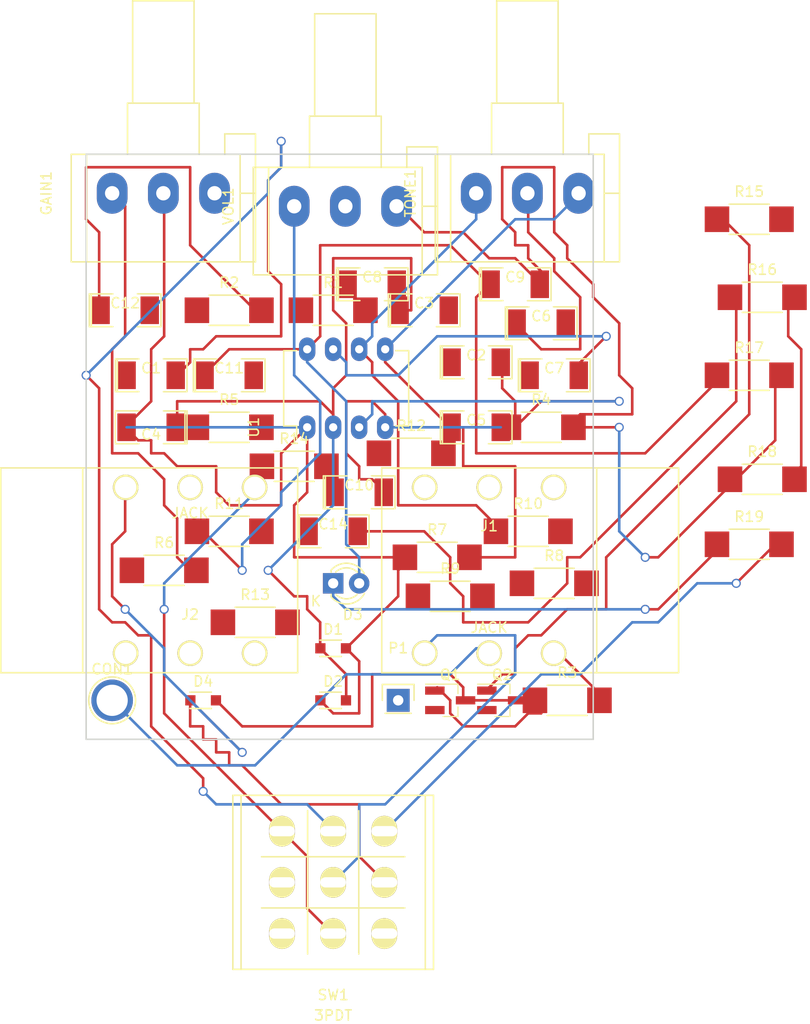
<source format=kicad_pcb>
(kicad_pcb (version 4) (host pcbnew 4.0.0-rc2-stable)

  (general
    (links 79)
    (no_connects 33)
    (area 73.584999 38.024999 123.265001 95.325001)
    (thickness 1.6)
    (drawings 4)
    (tracks 362)
    (zones 0)
    (modules 47)
    (nets 40)
  )

  (page A3)
  (layers
    (0 F.Cu signal)
    (31 B.Cu signal)
    (32 B.Adhes user)
    (33 F.Adhes user)
    (34 B.Paste user)
    (35 F.Paste user)
    (36 B.SilkS user)
    (37 F.SilkS user)
    (38 B.Mask user)
    (39 F.Mask user)
    (40 Dwgs.User user)
    (41 Cmts.User user)
    (42 Eco1.User user)
    (43 Eco2.User user)
    (44 Edge.Cuts user)
  )

  (setup
    (last_trace_width 0.254)
    (trace_clearance 0.254)
    (zone_clearance 0.508)
    (zone_45_only no)
    (trace_min 0.254)
    (segment_width 0.2)
    (edge_width 0.15)
    (via_size 0.889)
    (via_drill 0.635)
    (via_min_size 0.889)
    (via_min_drill 0.508)
    (uvia_size 0.508)
    (uvia_drill 0.127)
    (uvias_allowed no)
    (uvia_min_size 0.508)
    (uvia_min_drill 0.127)
    (pcb_text_width 0.3)
    (pcb_text_size 1 1)
    (mod_edge_width 0.15)
    (mod_text_size 1 1)
    (mod_text_width 0.15)
    (pad_size 2.5 2.5)
    (pad_drill 2.1)
    (pad_to_mask_clearance 0)
    (aux_axis_origin 0 0)
    (visible_elements 7FFFFFFF)
    (pcbplotparams
      (layerselection 0x00030_80000001)
      (usegerberextensions true)
      (excludeedgelayer true)
      (linewidth 0.150000)
      (plotframeref false)
      (viasonmask false)
      (mode 1)
      (useauxorigin false)
      (hpglpennumber 1)
      (hpglpenspeed 20)
      (hpglpendiameter 15)
      (hpglpenoverlay 2)
      (psnegative false)
      (psa4output false)
      (plotreference true)
      (plotvalue true)
      (plotinvisibletext false)
      (padsonsilk false)
      (subtractmaskfromsilk false)
      (outputformat 1)
      (mirror false)
      (drillshape 1)
      (scaleselection 1)
      (outputdirectory ""))
  )

  (net 0 "")
  (net 1 +5V)
  (net 2 -5V)
  (net 3 "FX in")
  (net 4 "FX out")
  (net 5 GND)
  (net 6 "Net-(C1-Pad1)")
  (net 7 "Net-(C2-Pad1)")
  (net 8 "Net-(C2-Pad2)")
  (net 9 "Net-(C3-Pad1)")
  (net 10 "Net-(C3-Pad2)")
  (net 11 "Net-(C4-Pad2)")
  (net 12 "Net-(C5-Pad1)")
  (net 13 "Net-(C6-Pad1)")
  (net 14 "Net-(C6-Pad2)")
  (net 15 "Net-(C7-Pad1)")
  (net 16 "Net-(C7-Pad2)")
  (net 17 "Net-(C8-Pad1)")
  (net 18 "Net-(C8-Pad2)")
  (net 19 "Net-(C14-Pad1)")
  (net 20 "Net-(CON1-Pad1)")
  (net 21 "Net-(D3-Pad1)")
  (net 22 "Net-(GAIN1-Pad3)")
  (net 23 "Net-(GAIN1-Pad1)")
  (net 24 "Net-(J1-PadT)")
  (net 25 "Net-(J1-PadSS)")
  (net 26 "Net-(J1-PadRS)")
  (net 27 "Net-(J2-PadR)")
  (net 28 "Net-(J2-PadT)")
  (net 29 "Net-(J2-PadSS)")
  (net 30 "Net-(J2-PadRS)")
  (net 31 "Net-(J2-PadTS)")
  (net 32 "Net-(CON1-Pad3)")
  (net 33 "Net-(Q1-Pad2)")
  (net 34 "Net-(Q2-Pad1)")
  (net 35 "Net-(R10-Pad1)")
  (net 36 "Net-(R11-Pad1)")
  (net 37 "Net-(R19-Pad2)")
  (net 38 "Net-(SW1-Pad9)")
  (net 39 "Net-(SW1-Pad7)")

  (net_class Default "This is the default net class."
    (clearance 0.254)
    (trace_width 0.254)
    (via_dia 0.889)
    (via_drill 0.635)
    (uvia_dia 0.508)
    (uvia_drill 0.127)
    (add_net +5V)
    (add_net -5V)
    (add_net "FX in")
    (add_net "FX out")
    (add_net GND)
    (add_net "Net-(C1-Pad1)")
    (add_net "Net-(C14-Pad1)")
    (add_net "Net-(C2-Pad1)")
    (add_net "Net-(C2-Pad2)")
    (add_net "Net-(C3-Pad1)")
    (add_net "Net-(C3-Pad2)")
    (add_net "Net-(C4-Pad2)")
    (add_net "Net-(C5-Pad1)")
    (add_net "Net-(C6-Pad1)")
    (add_net "Net-(C6-Pad2)")
    (add_net "Net-(C7-Pad1)")
    (add_net "Net-(C7-Pad2)")
    (add_net "Net-(C8-Pad1)")
    (add_net "Net-(C8-Pad2)")
    (add_net "Net-(CON1-Pad1)")
    (add_net "Net-(CON1-Pad3)")
    (add_net "Net-(D3-Pad1)")
    (add_net "Net-(GAIN1-Pad1)")
    (add_net "Net-(GAIN1-Pad3)")
    (add_net "Net-(J1-PadRS)")
    (add_net "Net-(J1-PadSS)")
    (add_net "Net-(J1-PadT)")
    (add_net "Net-(J2-PadR)")
    (add_net "Net-(J2-PadRS)")
    (add_net "Net-(J2-PadSS)")
    (add_net "Net-(J2-PadT)")
    (add_net "Net-(J2-PadTS)")
    (add_net "Net-(Q1-Pad2)")
    (add_net "Net-(Q2-Pad1)")
    (add_net "Net-(R10-Pad1)")
    (add_net "Net-(R11-Pad1)")
    (add_net "Net-(R19-Pad2)")
    (add_net "Net-(SW1-Pad7)")
    (add_net "Net-(SW1-Pad9)")
  )

  (module SMD_Packages:SMD-2010_Pol (layer F.Cu) (tedit 0) (tstamp 585F1040)
    (at 80.01 59.69)
    (tags "CMS SMD")
    (path /5511965E)
    (attr smd)
    (fp_text reference C1 (at 0 -0.7) (layer F.SilkS)
      (effects (font (size 1 1) (thickness 0.15)))
    )
    (fp_text value 0.02uF (at 0 0.8) (layer F.Fab)
      (effects (font (size 1 1) (thickness 0.15)))
    )
    (fp_line (start -3.3 -1.6) (end -3.3 1.6) (layer F.SilkS) (width 0.15))
    (fp_line (start 3.50012 -1.6002) (end 3.50012 1.6002) (layer F.SilkS) (width 0.15))
    (fp_line (start -3.5 -1.6) (end -3.5 1.6) (layer F.SilkS) (width 0.15))
    (fp_line (start 1.19634 1.60528) (end 3.48234 1.60528) (layer F.SilkS) (width 0.15))
    (fp_line (start 3.48234 -1.60528) (end 1.19634 -1.60528) (layer F.SilkS) (width 0.15))
    (fp_line (start -1.2 -1.6) (end -3.5 -1.6) (layer F.SilkS) (width 0.15))
    (fp_line (start -3.5 1.6) (end -1.2 1.6) (layer F.SilkS) (width 0.15))
    (pad 1 smd rect (at -2.4003 0) (size 1.80086 2.70002) (layers F.Cu F.Paste F.Mask)
      (net 6 "Net-(C1-Pad1)"))
    (pad 2 smd rect (at 2.4003 0) (size 1.80086 2.70002) (layers F.Cu F.Paste F.Mask)
      (net 3 "FX in"))
    (model SMD_Packages.3dshapes/SMD-2010_Pol.wrl
      (at (xyz 0 0 0))
      (scale (xyz 0.35 0.35 0.35))
      (rotate (xyz 0 0 0))
    )
  )

  (module SMD_Packages:SMD-2010_Pol (layer F.Cu) (tedit 0) (tstamp 585F1046)
    (at 111.76 58.42)
    (tags "CMS SMD")
    (path /551196EC)
    (attr smd)
    (fp_text reference C2 (at 0 -0.7) (layer F.SilkS)
      (effects (font (size 1 1) (thickness 0.15)))
    )
    (fp_text value 1uF (at 0 0.8) (layer F.Fab)
      (effects (font (size 1 1) (thickness 0.15)))
    )
    (fp_line (start -3.3 -1.6) (end -3.3 1.6) (layer F.SilkS) (width 0.15))
    (fp_line (start 3.50012 -1.6002) (end 3.50012 1.6002) (layer F.SilkS) (width 0.15))
    (fp_line (start -3.5 -1.6) (end -3.5 1.6) (layer F.SilkS) (width 0.15))
    (fp_line (start 1.19634 1.60528) (end 3.48234 1.60528) (layer F.SilkS) (width 0.15))
    (fp_line (start 3.48234 -1.60528) (end 1.19634 -1.60528) (layer F.SilkS) (width 0.15))
    (fp_line (start -1.2 -1.6) (end -3.5 -1.6) (layer F.SilkS) (width 0.15))
    (fp_line (start -3.5 1.6) (end -1.2 1.6) (layer F.SilkS) (width 0.15))
    (pad 1 smd rect (at -2.4003 0) (size 1.80086 2.70002) (layers F.Cu F.Paste F.Mask)
      (net 7 "Net-(C2-Pad1)"))
    (pad 2 smd rect (at 2.4003 0) (size 1.80086 2.70002) (layers F.Cu F.Paste F.Mask)
      (net 8 "Net-(C2-Pad2)"))
    (model SMD_Packages.3dshapes/SMD-2010_Pol.wrl
      (at (xyz 0 0 0))
      (scale (xyz 0.35 0.35 0.35))
      (rotate (xyz 0 0 0))
    )
  )

  (module SMD_Packages:SMD-2010_Pol (layer F.Cu) (tedit 0) (tstamp 585F104C)
    (at 106.68 53.34)
    (tags "CMS SMD")
    (path /551198DA)
    (attr smd)
    (fp_text reference C3 (at 0 -0.7) (layer F.SilkS)
      (effects (font (size 1 1) (thickness 0.15)))
    )
    (fp_text value 0.047uF (at 0 0.8) (layer F.Fab)
      (effects (font (size 1 1) (thickness 0.15)))
    )
    (fp_line (start -3.3 -1.6) (end -3.3 1.6) (layer F.SilkS) (width 0.15))
    (fp_line (start 3.50012 -1.6002) (end 3.50012 1.6002) (layer F.SilkS) (width 0.15))
    (fp_line (start -3.5 -1.6) (end -3.5 1.6) (layer F.SilkS) (width 0.15))
    (fp_line (start 1.19634 1.60528) (end 3.48234 1.60528) (layer F.SilkS) (width 0.15))
    (fp_line (start 3.48234 -1.60528) (end 1.19634 -1.60528) (layer F.SilkS) (width 0.15))
    (fp_line (start -1.2 -1.6) (end -3.5 -1.6) (layer F.SilkS) (width 0.15))
    (fp_line (start -3.5 1.6) (end -1.2 1.6) (layer F.SilkS) (width 0.15))
    (pad 1 smd rect (at -2.4003 0) (size 1.80086 2.70002) (layers F.Cu F.Paste F.Mask)
      (net 9 "Net-(C3-Pad1)"))
    (pad 2 smd rect (at 2.4003 0) (size 1.80086 2.70002) (layers F.Cu F.Paste F.Mask)
      (net 10 "Net-(C3-Pad2)"))
    (model SMD_Packages.3dshapes/SMD-2010_Pol.wrl
      (at (xyz 0 0 0))
      (scale (xyz 0.35 0.35 0.35))
      (rotate (xyz 0 0 0))
    )
  )

  (module SMD_Packages:SMD-2010_Pol (layer F.Cu) (tedit 0) (tstamp 585F1052)
    (at 80.01 64.77 180)
    (tags "CMS SMD")
    (path /551198CB)
    (attr smd)
    (fp_text reference C4 (at 0 -0.7 180) (layer F.SilkS)
      (effects (font (size 1 1) (thickness 0.15)))
    )
    (fp_text value 51pF (at 0 0.8 180) (layer F.Fab)
      (effects (font (size 1 1) (thickness 0.15)))
    )
    (fp_line (start -3.3 -1.6) (end -3.3 1.6) (layer F.SilkS) (width 0.15))
    (fp_line (start 3.50012 -1.6002) (end 3.50012 1.6002) (layer F.SilkS) (width 0.15))
    (fp_line (start -3.5 -1.6) (end -3.5 1.6) (layer F.SilkS) (width 0.15))
    (fp_line (start 1.19634 1.60528) (end 3.48234 1.60528) (layer F.SilkS) (width 0.15))
    (fp_line (start 3.48234 -1.60528) (end 1.19634 -1.60528) (layer F.SilkS) (width 0.15))
    (fp_line (start -1.2 -1.6) (end -3.5 -1.6) (layer F.SilkS) (width 0.15))
    (fp_line (start -3.5 1.6) (end -1.2 1.6) (layer F.SilkS) (width 0.15))
    (pad 1 smd rect (at -2.4003 0 180) (size 1.80086 2.70002) (layers F.Cu F.Paste F.Mask)
      (net 9 "Net-(C3-Pad1)"))
    (pad 2 smd rect (at 2.4003 0 180) (size 1.80086 2.70002) (layers F.Cu F.Paste F.Mask)
      (net 11 "Net-(C4-Pad2)"))
    (model SMD_Packages.3dshapes/SMD-2010_Pol.wrl
      (at (xyz 0 0 0))
      (scale (xyz 0.35 0.35 0.35))
      (rotate (xyz 0 0 0))
    )
  )

  (module SMD_Packages:SMD-2010_Pol (layer F.Cu) (tedit 0) (tstamp 585F1058)
    (at 111.76 64.77)
    (tags "CMS SMD")
    (path /55199438)
    (attr smd)
    (fp_text reference C5 (at 0 -0.7) (layer F.SilkS)
      (effects (font (size 1 1) (thickness 0.15)))
    )
    (fp_text value 0.22uF (at 0 0.8) (layer F.Fab)
      (effects (font (size 1 1) (thickness 0.15)))
    )
    (fp_line (start -3.3 -1.6) (end -3.3 1.6) (layer F.SilkS) (width 0.15))
    (fp_line (start 3.50012 -1.6002) (end 3.50012 1.6002) (layer F.SilkS) (width 0.15))
    (fp_line (start -3.5 -1.6) (end -3.5 1.6) (layer F.SilkS) (width 0.15))
    (fp_line (start 1.19634 1.60528) (end 3.48234 1.60528) (layer F.SilkS) (width 0.15))
    (fp_line (start 3.48234 -1.60528) (end 1.19634 -1.60528) (layer F.SilkS) (width 0.15))
    (fp_line (start -1.2 -1.6) (end -3.5 -1.6) (layer F.SilkS) (width 0.15))
    (fp_line (start -3.5 1.6) (end -1.2 1.6) (layer F.SilkS) (width 0.15))
    (pad 1 smd rect (at -2.4003 0) (size 1.80086 2.70002) (layers F.Cu F.Paste F.Mask)
      (net 12 "Net-(C5-Pad1)"))
    (pad 2 smd rect (at 2.4003 0) (size 1.80086 2.70002) (layers F.Cu F.Paste F.Mask)
      (net 2 -5V))
    (model SMD_Packages.3dshapes/SMD-2010_Pol.wrl
      (at (xyz 0 0 0))
      (scale (xyz 0.35 0.35 0.35))
      (rotate (xyz 0 0 0))
    )
  )

  (module SMD_Packages:SMD-2010_Pol (layer F.Cu) (tedit 0) (tstamp 585F105E)
    (at 118.11 54.61)
    (tags "CMS SMD")
    (path /55199429)
    (attr smd)
    (fp_text reference C6 (at 0 -0.7) (layer F.SilkS)
      (effects (font (size 1 1) (thickness 0.15)))
    )
    (fp_text value 0.22uF (at 0 0.8) (layer F.Fab)
      (effects (font (size 1 1) (thickness 0.15)))
    )
    (fp_line (start -3.3 -1.6) (end -3.3 1.6) (layer F.SilkS) (width 0.15))
    (fp_line (start 3.50012 -1.6002) (end 3.50012 1.6002) (layer F.SilkS) (width 0.15))
    (fp_line (start -3.5 -1.6) (end -3.5 1.6) (layer F.SilkS) (width 0.15))
    (fp_line (start 1.19634 1.60528) (end 3.48234 1.60528) (layer F.SilkS) (width 0.15))
    (fp_line (start 3.48234 -1.60528) (end 1.19634 -1.60528) (layer F.SilkS) (width 0.15))
    (fp_line (start -1.2 -1.6) (end -3.5 -1.6) (layer F.SilkS) (width 0.15))
    (fp_line (start -3.5 1.6) (end -1.2 1.6) (layer F.SilkS) (width 0.15))
    (pad 1 smd rect (at -2.4003 0) (size 1.80086 2.70002) (layers F.Cu F.Paste F.Mask)
      (net 13 "Net-(C6-Pad1)"))
    (pad 2 smd rect (at 2.4003 0) (size 1.80086 2.70002) (layers F.Cu F.Paste F.Mask)
      (net 14 "Net-(C6-Pad2)"))
    (model SMD_Packages.3dshapes/SMD-2010_Pol.wrl
      (at (xyz 0 0 0))
      (scale (xyz 0.35 0.35 0.35))
      (rotate (xyz 0 0 0))
    )
  )

  (module SMD_Packages:SMD-2010_Pol (layer F.Cu) (tedit 0) (tstamp 585F1064)
    (at 119.38 59.69)
    (tags "CMS SMD")
    (path /55119FE5)
    (attr smd)
    (fp_text reference C7 (at 0 -0.7) (layer F.SilkS)
      (effects (font (size 1 1) (thickness 0.15)))
    )
    (fp_text value 1uF (at 0 0.8) (layer F.Fab)
      (effects (font (size 1 1) (thickness 0.15)))
    )
    (fp_line (start -3.3 -1.6) (end -3.3 1.6) (layer F.SilkS) (width 0.15))
    (fp_line (start 3.50012 -1.6002) (end 3.50012 1.6002) (layer F.SilkS) (width 0.15))
    (fp_line (start -3.5 -1.6) (end -3.5 1.6) (layer F.SilkS) (width 0.15))
    (fp_line (start 1.19634 1.60528) (end 3.48234 1.60528) (layer F.SilkS) (width 0.15))
    (fp_line (start 3.48234 -1.60528) (end 1.19634 -1.60528) (layer F.SilkS) (width 0.15))
    (fp_line (start -1.2 -1.6) (end -3.5 -1.6) (layer F.SilkS) (width 0.15))
    (fp_line (start -3.5 1.6) (end -1.2 1.6) (layer F.SilkS) (width 0.15))
    (pad 1 smd rect (at -2.4003 0) (size 1.80086 2.70002) (layers F.Cu F.Paste F.Mask)
      (net 15 "Net-(C7-Pad1)"))
    (pad 2 smd rect (at 2.4003 0) (size 1.80086 2.70002) (layers F.Cu F.Paste F.Mask)
      (net 16 "Net-(C7-Pad2)"))
    (model SMD_Packages.3dshapes/SMD-2010_Pol.wrl
      (at (xyz 0 0 0))
      (scale (xyz 0.35 0.35 0.35))
      (rotate (xyz 0 0 0))
    )
  )

  (module SMD_Packages:SMD-2010_Pol (layer F.Cu) (tedit 0) (tstamp 585F106A)
    (at 101.6 50.8)
    (tags "CMS SMD")
    (path /5511B251)
    (attr smd)
    (fp_text reference C8 (at 0 -0.7) (layer F.SilkS)
      (effects (font (size 1 1) (thickness 0.15)))
    )
    (fp_text value 0.1Uf (at 0 0.8) (layer F.Fab)
      (effects (font (size 1 1) (thickness 0.15)))
    )
    (fp_line (start -3.3 -1.6) (end -3.3 1.6) (layer F.SilkS) (width 0.15))
    (fp_line (start 3.50012 -1.6002) (end 3.50012 1.6002) (layer F.SilkS) (width 0.15))
    (fp_line (start -3.5 -1.6) (end -3.5 1.6) (layer F.SilkS) (width 0.15))
    (fp_line (start 1.19634 1.60528) (end 3.48234 1.60528) (layer F.SilkS) (width 0.15))
    (fp_line (start 3.48234 -1.60528) (end 1.19634 -1.60528) (layer F.SilkS) (width 0.15))
    (fp_line (start -1.2 -1.6) (end -3.5 -1.6) (layer F.SilkS) (width 0.15))
    (fp_line (start -3.5 1.6) (end -1.2 1.6) (layer F.SilkS) (width 0.15))
    (pad 1 smd rect (at -2.4003 0) (size 1.80086 2.70002) (layers F.Cu F.Paste F.Mask)
      (net 17 "Net-(C8-Pad1)"))
    (pad 2 smd rect (at 2.4003 0) (size 1.80086 2.70002) (layers F.Cu F.Paste F.Mask)
      (net 18 "Net-(C8-Pad2)"))
    (model SMD_Packages.3dshapes/SMD-2010_Pol.wrl
      (at (xyz 0 0 0))
      (scale (xyz 0.35 0.35 0.35))
      (rotate (xyz 0 0 0))
    )
  )

  (module SMD_Packages:SMD-2010_Pol (layer F.Cu) (tedit 0) (tstamp 585F1070)
    (at 115.57 50.8)
    (tags "CMS SMD")
    (path /5519D087)
    (attr smd)
    (fp_text reference C9 (at 0 -0.7) (layer F.SilkS)
      (effects (font (size 1 1) (thickness 0.15)))
    )
    (fp_text value 0.1uF (at 0 0.8) (layer F.Fab)
      (effects (font (size 1 1) (thickness 0.15)))
    )
    (fp_line (start -3.3 -1.6) (end -3.3 1.6) (layer F.SilkS) (width 0.15))
    (fp_line (start 3.50012 -1.6002) (end 3.50012 1.6002) (layer F.SilkS) (width 0.15))
    (fp_line (start -3.5 -1.6) (end -3.5 1.6) (layer F.SilkS) (width 0.15))
    (fp_line (start 1.19634 1.60528) (end 3.48234 1.60528) (layer F.SilkS) (width 0.15))
    (fp_line (start 3.48234 -1.60528) (end 1.19634 -1.60528) (layer F.SilkS) (width 0.15))
    (fp_line (start -1.2 -1.6) (end -3.5 -1.6) (layer F.SilkS) (width 0.15))
    (fp_line (start -3.5 1.6) (end -1.2 1.6) (layer F.SilkS) (width 0.15))
    (pad 1 smd rect (at -2.4003 0) (size 1.80086 2.70002) (layers F.Cu F.Paste F.Mask)
      (net 1 +5V))
    (pad 2 smd rect (at 2.4003 0) (size 1.80086 2.70002) (layers F.Cu F.Paste F.Mask)
      (net 5 GND))
    (model SMD_Packages.3dshapes/SMD-2010_Pol.wrl
      (at (xyz 0 0 0))
      (scale (xyz 0.35 0.35 0.35))
      (rotate (xyz 0 0 0))
    )
  )

  (module SMD_Packages:SMD-2010_Pol (layer F.Cu) (tedit 0) (tstamp 585F1076)
    (at 100.33 71.12)
    (tags "CMS SMD")
    (path /5519D094)
    (attr smd)
    (fp_text reference C10 (at 0 -0.7) (layer F.SilkS)
      (effects (font (size 1 1) (thickness 0.15)))
    )
    (fp_text value 0.1uF (at 0 0.8) (layer F.Fab)
      (effects (font (size 1 1) (thickness 0.15)))
    )
    (fp_line (start -3.3 -1.6) (end -3.3 1.6) (layer F.SilkS) (width 0.15))
    (fp_line (start 3.50012 -1.6002) (end 3.50012 1.6002) (layer F.SilkS) (width 0.15))
    (fp_line (start -3.5 -1.6) (end -3.5 1.6) (layer F.SilkS) (width 0.15))
    (fp_line (start 1.19634 1.60528) (end 3.48234 1.60528) (layer F.SilkS) (width 0.15))
    (fp_line (start 3.48234 -1.60528) (end 1.19634 -1.60528) (layer F.SilkS) (width 0.15))
    (fp_line (start -1.2 -1.6) (end -3.5 -1.6) (layer F.SilkS) (width 0.15))
    (fp_line (start -3.5 1.6) (end -1.2 1.6) (layer F.SilkS) (width 0.15))
    (pad 1 smd rect (at -2.4003 0) (size 1.80086 2.70002) (layers F.Cu F.Paste F.Mask)
      (net 5 GND))
    (pad 2 smd rect (at 2.4003 0) (size 1.80086 2.70002) (layers F.Cu F.Paste F.Mask)
      (net 2 -5V))
    (model SMD_Packages.3dshapes/SMD-2010_Pol.wrl
      (at (xyz 0 0 0))
      (scale (xyz 0.35 0.35 0.35))
      (rotate (xyz 0 0 0))
    )
  )

  (module SMD_Packages:SMD-2010_Pol (layer F.Cu) (tedit 0) (tstamp 585F107C)
    (at 87.63 59.69)
    (tags "CMS SMD")
    (path /57D19F78)
    (attr smd)
    (fp_text reference C11 (at 0 -0.7) (layer F.SilkS)
      (effects (font (size 1 1) (thickness 0.15)))
    )
    (fp_text value 220uF (at 0 0.8) (layer F.Fab)
      (effects (font (size 1 1) (thickness 0.15)))
    )
    (fp_line (start -3.3 -1.6) (end -3.3 1.6) (layer F.SilkS) (width 0.15))
    (fp_line (start 3.50012 -1.6002) (end 3.50012 1.6002) (layer F.SilkS) (width 0.15))
    (fp_line (start -3.5 -1.6) (end -3.5 1.6) (layer F.SilkS) (width 0.15))
    (fp_line (start 1.19634 1.60528) (end 3.48234 1.60528) (layer F.SilkS) (width 0.15))
    (fp_line (start 3.48234 -1.60528) (end 1.19634 -1.60528) (layer F.SilkS) (width 0.15))
    (fp_line (start -1.2 -1.6) (end -3.5 -1.6) (layer F.SilkS) (width 0.15))
    (fp_line (start -3.5 1.6) (end -1.2 1.6) (layer F.SilkS) (width 0.15))
    (pad 1 smd rect (at -2.4003 0) (size 1.80086 2.70002) (layers F.Cu F.Paste F.Mask)
      (net 1 +5V))
    (pad 2 smd rect (at 2.4003 0) (size 1.80086 2.70002) (layers F.Cu F.Paste F.Mask)
      (net 5 GND))
    (model SMD_Packages.3dshapes/SMD-2010_Pol.wrl
      (at (xyz 0 0 0))
      (scale (xyz 0.35 0.35 0.35))
      (rotate (xyz 0 0 0))
    )
  )

  (module SMD_Packages:SMD-2010_Pol (layer F.Cu) (tedit 0) (tstamp 585F1082)
    (at 77.47 53.34)
    (tags "CMS SMD")
    (path /57D19EE0)
    (attr smd)
    (fp_text reference C12 (at 0 -0.7) (layer F.SilkS)
      (effects (font (size 1 1) (thickness 0.15)))
    )
    (fp_text value 220uF (at 0 0.8) (layer F.Fab)
      (effects (font (size 1 1) (thickness 0.15)))
    )
    (fp_line (start -3.3 -1.6) (end -3.3 1.6) (layer F.SilkS) (width 0.15))
    (fp_line (start 3.50012 -1.6002) (end 3.50012 1.6002) (layer F.SilkS) (width 0.15))
    (fp_line (start -3.5 -1.6) (end -3.5 1.6) (layer F.SilkS) (width 0.15))
    (fp_line (start 1.19634 1.60528) (end 3.48234 1.60528) (layer F.SilkS) (width 0.15))
    (fp_line (start 3.48234 -1.60528) (end 1.19634 -1.60528) (layer F.SilkS) (width 0.15))
    (fp_line (start -1.2 -1.6) (end -3.5 -1.6) (layer F.SilkS) (width 0.15))
    (fp_line (start -3.5 1.6) (end -1.2 1.6) (layer F.SilkS) (width 0.15))
    (pad 1 smd rect (at -2.4003 0) (size 1.80086 2.70002) (layers F.Cu F.Paste F.Mask)
      (net 5 GND))
    (pad 2 smd rect (at 2.4003 0) (size 1.80086 2.70002) (layers F.Cu F.Paste F.Mask)
      (net 2 -5V))
    (model SMD_Packages.3dshapes/SMD-2010_Pol.wrl
      (at (xyz 0 0 0))
      (scale (xyz 0.35 0.35 0.35))
      (rotate (xyz 0 0 0))
    )
  )

  (module SMD_Packages:SMD-2010_Pol (layer F.Cu) (tedit 0) (tstamp 585F1088)
    (at 97.79 74.93)
    (tags "CMS SMD")
    (path /55199560)
    (attr smd)
    (fp_text reference C14 (at 0 -0.7) (layer F.SilkS)
      (effects (font (size 1 1) (thickness 0.15)))
    )
    (fp_text value 1uF (at 0 0.8) (layer F.Fab)
      (effects (font (size 1 1) (thickness 0.15)))
    )
    (fp_line (start -3.3 -1.6) (end -3.3 1.6) (layer F.SilkS) (width 0.15))
    (fp_line (start 3.50012 -1.6002) (end 3.50012 1.6002) (layer F.SilkS) (width 0.15))
    (fp_line (start -3.5 -1.6) (end -3.5 1.6) (layer F.SilkS) (width 0.15))
    (fp_line (start 1.19634 1.60528) (end 3.48234 1.60528) (layer F.SilkS) (width 0.15))
    (fp_line (start 3.48234 -1.60528) (end 1.19634 -1.60528) (layer F.SilkS) (width 0.15))
    (fp_line (start -1.2 -1.6) (end -3.5 -1.6) (layer F.SilkS) (width 0.15))
    (fp_line (start -3.5 1.6) (end -1.2 1.6) (layer F.SilkS) (width 0.15))
    (pad 1 smd rect (at -2.4003 0) (size 1.80086 2.70002) (layers F.Cu F.Paste F.Mask)
      (net 19 "Net-(C14-Pad1)"))
    (pad 2 smd rect (at 2.4003 0) (size 1.80086 2.70002) (layers F.Cu F.Paste F.Mask)
      (net 4 "FX out"))
    (model SMD_Packages.3dshapes/SMD-2010_Pol.wrl
      (at (xyz 0 0 0))
      (scale (xyz 0.35 0.35 0.35))
      (rotate (xyz 0 0 0))
    )
  )

  (module Connectors:1pin (layer F.Cu) (tedit 585F105D) (tstamp 585F108D)
    (at 76.2 91.44)
    (descr "module 1 pin (ou trou mecanique de percage)")
    (tags DEV)
    (path /5519C693)
    (fp_text reference CON1 (at 0 -3.048) (layer F.SilkS)
      (effects (font (size 1 1) (thickness 0.15)))
    )
    (fp_text value PWR_IN (at 0 2.794) (layer F.Fab)
      (effects (font (size 1 1) (thickness 0.15)))
    )
    (fp_circle (center 0 0) (end 0 -2.286) (layer F.SilkS) (width 0.15))
    (pad 1 thru_hole circle (at 0 0) (size 4.064 4.064) (drill 3.048) (layers *.Cu *.Mask)
      (net 20 "Net-(CON1-Pad1)"))
  )

  (module Diodes_SMD:SOD-323_HandSoldering (layer F.Cu) (tedit 57A875DC) (tstamp 585F1093)
    (at 97.79 86.36)
    (descr SOD-323)
    (tags SOD-323)
    (path /5511983F)
    (attr smd)
    (fp_text reference D1 (at 0 -1.85) (layer F.SilkS)
      (effects (font (size 1 1) (thickness 0.15)))
    )
    (fp_text value DIODE (at 0.1 1.9) (layer F.Fab)
      (effects (font (size 1 1) (thickness 0.15)))
    )
    (fp_line (start 0.2 0) (end 0.45 0) (layer F.Fab) (width 0.15))
    (fp_line (start 0.2 0.35) (end -0.3 0) (layer F.Fab) (width 0.15))
    (fp_line (start 0.2 -0.35) (end 0.2 0.35) (layer F.Fab) (width 0.15))
    (fp_line (start -0.3 0) (end 0.2 -0.35) (layer F.Fab) (width 0.15))
    (fp_line (start -0.3 0) (end -0.5 0) (layer F.Fab) (width 0.15))
    (fp_line (start -0.3 -0.35) (end -0.3 0.35) (layer F.Fab) (width 0.15))
    (fp_line (start -0.85 0.65) (end -0.85 -0.65) (layer F.Fab) (width 0.15))
    (fp_line (start 0.85 0.65) (end -0.85 0.65) (layer F.Fab) (width 0.15))
    (fp_line (start 0.85 -0.65) (end 0.85 0.65) (layer F.Fab) (width 0.15))
    (fp_line (start -0.85 -0.65) (end 0.85 -0.65) (layer F.Fab) (width 0.15))
    (fp_line (start -1.9 -0.95) (end 1.9 -0.95) (layer F.CrtYd) (width 0.05))
    (fp_line (start 1.9 -0.95) (end 1.9 0.95) (layer F.CrtYd) (width 0.05))
    (fp_line (start -1.9 0.95) (end 1.9 0.95) (layer F.CrtYd) (width 0.05))
    (fp_line (start -1.9 -0.95) (end -1.9 0.95) (layer F.CrtYd) (width 0.05))
    (fp_line (start -1.3 0.8) (end 0.8 0.8) (layer F.SilkS) (width 0.15))
    (fp_line (start -1.3 -0.8) (end 0.8 -0.8) (layer F.SilkS) (width 0.15))
    (pad 1 smd rect (at -1.25 0) (size 1 1) (layers F.Cu F.Paste F.Mask)
      (net 9 "Net-(C3-Pad1)"))
    (pad 2 smd rect (at 1.25 0) (size 1 1) (layers F.Cu F.Paste F.Mask)
      (net 11 "Net-(C4-Pad2)"))
    (model Diodes_SMD.3dshapes/SOD-323.wrl
      (at (xyz 0 0 0))
      (scale (xyz 1 1 1))
      (rotate (xyz 0 0 180))
    )
  )

  (module Diodes_SMD:SOD-323_HandSoldering (layer F.Cu) (tedit 57A875DC) (tstamp 585F1099)
    (at 97.79 91.44)
    (descr SOD-323)
    (tags SOD-323)
    (path /55119856)
    (attr smd)
    (fp_text reference D2 (at 0 -1.85) (layer F.SilkS)
      (effects (font (size 1 1) (thickness 0.15)))
    )
    (fp_text value DIODE (at 0.1 1.9) (layer F.Fab)
      (effects (font (size 1 1) (thickness 0.15)))
    )
    (fp_line (start 0.2 0) (end 0.45 0) (layer F.Fab) (width 0.15))
    (fp_line (start 0.2 0.35) (end -0.3 0) (layer F.Fab) (width 0.15))
    (fp_line (start 0.2 -0.35) (end 0.2 0.35) (layer F.Fab) (width 0.15))
    (fp_line (start -0.3 0) (end 0.2 -0.35) (layer F.Fab) (width 0.15))
    (fp_line (start -0.3 0) (end -0.5 0) (layer F.Fab) (width 0.15))
    (fp_line (start -0.3 -0.35) (end -0.3 0.35) (layer F.Fab) (width 0.15))
    (fp_line (start -0.85 0.65) (end -0.85 -0.65) (layer F.Fab) (width 0.15))
    (fp_line (start 0.85 0.65) (end -0.85 0.65) (layer F.Fab) (width 0.15))
    (fp_line (start 0.85 -0.65) (end 0.85 0.65) (layer F.Fab) (width 0.15))
    (fp_line (start -0.85 -0.65) (end 0.85 -0.65) (layer F.Fab) (width 0.15))
    (fp_line (start -1.9 -0.95) (end 1.9 -0.95) (layer F.CrtYd) (width 0.05))
    (fp_line (start 1.9 -0.95) (end 1.9 0.95) (layer F.CrtYd) (width 0.05))
    (fp_line (start -1.9 0.95) (end 1.9 0.95) (layer F.CrtYd) (width 0.05))
    (fp_line (start -1.9 -0.95) (end -1.9 0.95) (layer F.CrtYd) (width 0.05))
    (fp_line (start -1.3 0.8) (end 0.8 0.8) (layer F.SilkS) (width 0.15))
    (fp_line (start -1.3 -0.8) (end 0.8 -0.8) (layer F.SilkS) (width 0.15))
    (pad 1 smd rect (at -1.25 0) (size 1 1) (layers F.Cu F.Paste F.Mask)
      (net 11 "Net-(C4-Pad2)"))
    (pad 2 smd rect (at 1.25 0) (size 1 1) (layers F.Cu F.Paste F.Mask)
      (net 9 "Net-(C3-Pad1)"))
    (model Diodes_SMD.3dshapes/SOD-323.wrl
      (at (xyz 0 0 0))
      (scale (xyz 1 1 1))
      (rotate (xyz 0 0 180))
    )
  )

  (module LEDs:LED-3MM (layer F.Cu) (tedit 559B82F6) (tstamp 585F109F)
    (at 97.79 80.01)
    (descr "LED 3mm round vertical")
    (tags "LED  3mm round vertical")
    (path /5519E0E0)
    (fp_text reference D3 (at 1.91 3.06) (layer F.SilkS)
      (effects (font (size 1 1) (thickness 0.15)))
    )
    (fp_text value LED (at 1.3 -2.9) (layer F.Fab)
      (effects (font (size 1 1) (thickness 0.15)))
    )
    (fp_line (start -1.2 2.3) (end 3.8 2.3) (layer F.CrtYd) (width 0.05))
    (fp_line (start 3.8 2.3) (end 3.8 -2.2) (layer F.CrtYd) (width 0.05))
    (fp_line (start 3.8 -2.2) (end -1.2 -2.2) (layer F.CrtYd) (width 0.05))
    (fp_line (start -1.2 -2.2) (end -1.2 2.3) (layer F.CrtYd) (width 0.05))
    (fp_line (start -0.199 1.314) (end -0.199 1.114) (layer F.SilkS) (width 0.15))
    (fp_line (start -0.199 -1.28) (end -0.199 -1.1) (layer F.SilkS) (width 0.15))
    (fp_arc (start 1.301 0.034) (end -0.199 -1.286) (angle 108.5) (layer F.SilkS) (width 0.15))
    (fp_arc (start 1.301 0.034) (end 0.25 -1.1) (angle 85.7) (layer F.SilkS) (width 0.15))
    (fp_arc (start 1.311 0.034) (end 3.051 0.994) (angle 110) (layer F.SilkS) (width 0.15))
    (fp_arc (start 1.301 0.034) (end 2.335 1.094) (angle 87.5) (layer F.SilkS) (width 0.15))
    (fp_text user K (at -1.69 1.74) (layer F.SilkS)
      (effects (font (size 1 1) (thickness 0.15)))
    )
    (pad 1 thru_hole rect (at 0 0 90) (size 2 2) (drill 1.00076) (layers *.Cu *.Mask)
      (net 21 "Net-(D3-Pad1)"))
    (pad 2 thru_hole circle (at 2.54 0) (size 2 2) (drill 1.00076) (layers *.Cu *.Mask)
      (net 1 +5V))
    (model LEDs.3dshapes/LED-3MM.wrl
      (at (xyz 0.05 0 0))
      (scale (xyz 1 1 1))
      (rotate (xyz 0 0 90))
    )
  )

  (module Diodes_SMD:SOD-323_HandSoldering (layer F.Cu) (tedit 57A875DC) (tstamp 585F10A5)
    (at 85.09 91.44)
    (descr SOD-323)
    (tags SOD-323)
    (path /5519DE66)
    (attr smd)
    (fp_text reference D4 (at 0 -1.85) (layer F.SilkS)
      (effects (font (size 1 1) (thickness 0.15)))
    )
    (fp_text value DIODE (at 0.1 1.9) (layer F.Fab)
      (effects (font (size 1 1) (thickness 0.15)))
    )
    (fp_line (start 0.2 0) (end 0.45 0) (layer F.Fab) (width 0.15))
    (fp_line (start 0.2 0.35) (end -0.3 0) (layer F.Fab) (width 0.15))
    (fp_line (start 0.2 -0.35) (end 0.2 0.35) (layer F.Fab) (width 0.15))
    (fp_line (start -0.3 0) (end 0.2 -0.35) (layer F.Fab) (width 0.15))
    (fp_line (start -0.3 0) (end -0.5 0) (layer F.Fab) (width 0.15))
    (fp_line (start -0.3 -0.35) (end -0.3 0.35) (layer F.Fab) (width 0.15))
    (fp_line (start -0.85 0.65) (end -0.85 -0.65) (layer F.Fab) (width 0.15))
    (fp_line (start 0.85 0.65) (end -0.85 0.65) (layer F.Fab) (width 0.15))
    (fp_line (start 0.85 -0.65) (end 0.85 0.65) (layer F.Fab) (width 0.15))
    (fp_line (start -0.85 -0.65) (end 0.85 -0.65) (layer F.Fab) (width 0.15))
    (fp_line (start -1.9 -0.95) (end 1.9 -0.95) (layer F.CrtYd) (width 0.05))
    (fp_line (start 1.9 -0.95) (end 1.9 0.95) (layer F.CrtYd) (width 0.05))
    (fp_line (start -1.9 0.95) (end 1.9 0.95) (layer F.CrtYd) (width 0.05))
    (fp_line (start -1.9 -0.95) (end -1.9 0.95) (layer F.CrtYd) (width 0.05))
    (fp_line (start -1.3 0.8) (end 0.8 0.8) (layer F.SilkS) (width 0.15))
    (fp_line (start -1.3 -0.8) (end 0.8 -0.8) (layer F.SilkS) (width 0.15))
    (pad 1 smd rect (at -1.25 0) (size 1 1) (layers F.Cu F.Paste F.Mask)
      (net 2 -5V))
    (pad 2 smd rect (at 1.25 0) (size 1 1) (layers F.Cu F.Paste F.Mask)
      (net 1 +5V))
    (model Diodes_SMD.3dshapes/SOD-323.wrl
      (at (xyz 0 0 0))
      (scale (xyz 1 1 1))
      (rotate (xyz 0 0 180))
    )
  )

  (module Potentiometers:Potentiometer_Alps-RK16-single_largePads (layer F.Cu) (tedit 5446FD75) (tstamp 585F10AC)
    (at 76.2 41.91 90)
    (descr "Potentiometer, Alps, RK16, single, large Pads, RevA, 30 July 2010,")
    (tags "Potentiometer, Alps, RK16, single, large Pads, RevA, 30 July 2010,")
    (path /585F605F)
    (fp_text reference GAIN1 (at 0 -6.42874 90) (layer F.SilkS)
      (effects (font (size 1 1) (thickness 0.15)))
    )
    (fp_text value 500K (at 0 16.43126 90) (layer F.Fab)
      (effects (font (size 1 1) (thickness 0.15)))
    )
    (fp_line (start 0 14.00048) (end -6.70052 14.00048) (layer F.SilkS) (width 0.15))
    (fp_line (start -6.70052 14.00048) (end -6.70052 12.40028) (layer F.SilkS) (width 0.15))
    (fp_line (start 3.79984 -2.49936) (end 3.79984 -3.99796) (layer F.SilkS) (width 0.15))
    (fp_line (start 3.79984 -3.99796) (end -6.70052 -3.99796) (layer F.SilkS) (width 0.15))
    (fp_line (start -6.70052 -3.99796) (end -6.70052 -2.49936) (layer F.SilkS) (width 0.15))
    (fp_line (start 3.79984 11.00074) (end 5.79882 11.00074) (layer F.SilkS) (width 0.15))
    (fp_line (start 5.79882 11.00074) (end 5.79882 14.00048) (layer F.SilkS) (width 0.15))
    (fp_line (start 5.79882 14.00048) (end 0 14.00048) (layer F.SilkS) (width 0.15))
    (fp_line (start 0 14.00048) (end 0 12.50188) (layer F.SilkS) (width 0.15))
    (fp_line (start 8.8011 2.00152) (end 18.80108 2.00152) (layer F.SilkS) (width 0.15))
    (fp_line (start 18.80108 2.00152) (end 18.80108 8.001) (layer F.SilkS) (width 0.15))
    (fp_line (start 18.80108 8.001) (end 8.8011 8.001) (layer F.SilkS) (width 0.15))
    (fp_line (start 3.79984 1.50114) (end 8.8011 1.50114) (layer F.SilkS) (width 0.15))
    (fp_line (start 8.8011 1.50114) (end 8.8011 8.50138) (layer F.SilkS) (width 0.15))
    (fp_line (start 8.8011 8.50138) (end 3.79984 8.50138) (layer F.SilkS) (width 0.15))
    (fp_line (start 3.79984 -2.49936) (end -6.70052 -2.49936) (layer F.SilkS) (width 0.15))
    (fp_line (start -6.70052 -2.49936) (end -6.70052 12.50188) (layer F.SilkS) (width 0.15))
    (fp_line (start -6.70052 12.50188) (end 3.79984 12.50188) (layer F.SilkS) (width 0.15))
    (fp_line (start 3.79984 12.50188) (end 3.79984 -2.49936) (layer F.SilkS) (width 0.15))
    (pad 2 thru_hole oval (at 0 5.00126 90) (size 4.0005 2.99974) (drill 1.39954) (layers *.Cu *.Mask)
      (net 11 "Net-(C4-Pad2)"))
    (pad 3 thru_hole oval (at 0 10.00252 90) (size 4.0005 2.99974) (drill 1.39954) (layers *.Cu *.Mask)
      (net 22 "Net-(GAIN1-Pad3)"))
    (pad 1 thru_hole oval (at 0 0 90) (size 4.0005 2.99974) (drill 1.39954) (layers *.Cu *.Mask)
      (net 23 "Net-(GAIN1-Pad1)"))
  )

  (module def-footprints:CONN_Jack_Female_6.35mm_THD (layer F.Cu) (tedit 0) (tstamp 585F10B6)
    (at 113.03 78.74 180)
    (path /5524220A)
    (fp_text reference J1 (at 0 4.318 180) (layer F.SilkS)
      (effects (font (size 1 1) (thickness 0.15)))
    )
    (fp_text value JACK (at 0 -5.588 180) (layer F.SilkS)
      (effects (font (size 1 1) (thickness 0.15)))
    )
    (fp_line (start -10.5 10) (end -18.5 10) (layer F.SilkS) (width 0.15))
    (fp_line (start -18.5 10) (end -18.5 -10) (layer F.SilkS) (width 0.15))
    (fp_line (start -18.5 -10) (end -10.5 -10) (layer F.SilkS) (width 0.15))
    (fp_line (start 10.5 -10) (end -10.5 -10) (layer F.SilkS) (width 0.15))
    (fp_line (start -10.5 -10) (end -10.5 10) (layer F.SilkS) (width 0.15))
    (fp_line (start -10.5 10) (end 10.5 10) (layer F.SilkS) (width 0.15))
    (fp_line (start 10.5 10) (end 10.5 -10) (layer F.SilkS) (width 0.15))
    (pad S thru_hole circle (at -6.3 -8.1 180) (size 2.5 2.5) (drill 2.1) (layers *.Cu *.Mask F.SilkS)
      (net 2 -5V))
    (pad R thru_hole circle (at 0 -8.1 180) (size 2.5 2.5) (drill 2.1) (layers *.Cu *.Mask F.SilkS)
      (net 20 "Net-(CON1-Pad1)"))
    (pad T thru_hole circle (at 6.3 -8.1 180) (size 2.5 2.5) (drill 2.1) (layers *.Cu *.Mask F.SilkS)
      (net 24 "Net-(J1-PadT)"))
    (pad SS thru_hole circle (at -6.3 8.1 180) (size 2.5 2.5) (drill 2.1) (layers *.Cu *.Mask F.SilkS)
      (net 25 "Net-(J1-PadSS)"))
    (pad RS thru_hole circle (at 0 8.1 180) (size 2.5 2.5) (drill 2.1) (layers *.Cu *.Mask F.SilkS)
      (net 26 "Net-(J1-PadRS)"))
    (pad TS thru_hole circle (at 6.3 8.1 180) (size 2.5 2.5) (drill 2.1) (layers *.Cu *.Mask F.SilkS)
      (net 2 -5V))
  )

  (module def-footprints:CONN_Jack_Female_6.35mm_THD (layer F.Cu) (tedit 0) (tstamp 585F10C0)
    (at 83.82 78.74)
    (path /55242A87)
    (fp_text reference J2 (at 0 4.318) (layer F.SilkS)
      (effects (font (size 1 1) (thickness 0.15)))
    )
    (fp_text value JACK (at 0 -5.588) (layer F.SilkS)
      (effects (font (size 1 1) (thickness 0.15)))
    )
    (fp_line (start -10.5 10) (end -18.5 10) (layer F.SilkS) (width 0.15))
    (fp_line (start -18.5 10) (end -18.5 -10) (layer F.SilkS) (width 0.15))
    (fp_line (start -18.5 -10) (end -10.5 -10) (layer F.SilkS) (width 0.15))
    (fp_line (start 10.5 -10) (end -10.5 -10) (layer F.SilkS) (width 0.15))
    (fp_line (start -10.5 -10) (end -10.5 10) (layer F.SilkS) (width 0.15))
    (fp_line (start -10.5 10) (end 10.5 10) (layer F.SilkS) (width 0.15))
    (fp_line (start 10.5 10) (end 10.5 -10) (layer F.SilkS) (width 0.15))
    (pad S thru_hole circle (at -6.3 -8.1) (size 2.5 2.5) (drill 2.1) (layers *.Cu *.Mask F.SilkS)
      (net 2 -5V))
    (pad R thru_hole circle (at 0 -8.1) (size 2.5 2.5) (drill 2.1) (layers *.Cu *.Mask F.SilkS)
      (net 27 "Net-(J2-PadR)"))
    (pad T thru_hole circle (at 6.3 -8.1) (size 2.5 2.5) (drill 2.1) (layers *.Cu *.Mask F.SilkS)
      (net 28 "Net-(J2-PadT)"))
    (pad SS thru_hole circle (at -6.3 8.1) (size 2.5 2.5) (drill 2.1) (layers *.Cu *.Mask F.SilkS)
      (net 29 "Net-(J2-PadSS)"))
    (pad RS thru_hole circle (at 0 8.1) (size 2.5 2.5) (drill 2.1) (layers *.Cu *.Mask F.SilkS)
      (net 30 "Net-(J2-PadRS)"))
    (pad TS thru_hole circle (at 6.3 8.1) (size 2.5 2.5) (drill 2.1) (layers *.Cu *.Mask F.SilkS)
      (net 31 "Net-(J2-PadTS)"))
  )

  (module Pin_Headers:Pin_Header_Straight_1x01 (layer F.Cu) (tedit 54EA08DC) (tstamp 585F10C5)
    (at 104.14 91.44)
    (descr "Through hole pin header")
    (tags "pin header")
    (path /5519C6B0)
    (fp_text reference P1 (at 0 -5.1) (layer F.SilkS)
      (effects (font (size 1 1) (thickness 0.15)))
    )
    (fp_text value BAT_T (at 0 -3.1) (layer F.Fab)
      (effects (font (size 1 1) (thickness 0.15)))
    )
    (fp_line (start 1.55 -1.55) (end 1.55 0) (layer F.SilkS) (width 0.15))
    (fp_line (start -1.75 -1.75) (end -1.75 1.75) (layer F.CrtYd) (width 0.05))
    (fp_line (start 1.75 -1.75) (end 1.75 1.75) (layer F.CrtYd) (width 0.05))
    (fp_line (start -1.75 -1.75) (end 1.75 -1.75) (layer F.CrtYd) (width 0.05))
    (fp_line (start -1.75 1.75) (end 1.75 1.75) (layer F.CrtYd) (width 0.05))
    (fp_line (start -1.55 0) (end -1.55 -1.55) (layer F.SilkS) (width 0.15))
    (fp_line (start -1.55 -1.55) (end 1.55 -1.55) (layer F.SilkS) (width 0.15))
    (fp_line (start -1.27 1.27) (end 1.27 1.27) (layer F.SilkS) (width 0.15))
    (pad 1 thru_hole rect (at 0 0) (size 2.2352 2.2352) (drill 1.016) (layers *.Cu *.Mask)
      (net 32 "Net-(CON1-Pad3)"))
    (model Pin_Headers.3dshapes/Pin_Header_Straight_1x01.wrl
      (at (xyz 0 0 0))
      (scale (xyz 1 1 1))
      (rotate (xyz 0 0 90))
    )
  )

  (module TO_SOT_Packages_SMD:SOT-23_Handsoldering (layer F.Cu) (tedit 583F3954) (tstamp 585F10CC)
    (at 109.22 91.44)
    (descr "SOT-23, Handsoldering")
    (tags SOT-23)
    (path /551196D4)
    (attr smd)
    (fp_text reference Q1 (at 0 -2.5) (layer F.SilkS)
      (effects (font (size 1 1) (thickness 0.15)))
    )
    (fp_text value NPN (at 0 2.5) (layer F.Fab)
      (effects (font (size 1 1) (thickness 0.15)))
    )
    (fp_line (start 0.76 1.58) (end 0.76 0.65) (layer F.SilkS) (width 0.12))
    (fp_line (start 0.76 -1.58) (end 0.76 -0.65) (layer F.SilkS) (width 0.12))
    (fp_line (start 0.7 -1.52) (end 0.7 1.52) (layer F.Fab) (width 0.15))
    (fp_line (start -0.7 1.52) (end 0.7 1.52) (layer F.Fab) (width 0.15))
    (fp_line (start -2.7 -1.75) (end 2.7 -1.75) (layer F.CrtYd) (width 0.05))
    (fp_line (start 2.7 -1.75) (end 2.7 1.75) (layer F.CrtYd) (width 0.05))
    (fp_line (start 2.7 1.75) (end -2.7 1.75) (layer F.CrtYd) (width 0.05))
    (fp_line (start -2.7 1.75) (end -2.7 -1.75) (layer F.CrtYd) (width 0.05))
    (fp_line (start 0.76 -1.58) (end -2.4 -1.58) (layer F.SilkS) (width 0.12))
    (fp_line (start -0.7 -1.52) (end 0.7 -1.52) (layer F.Fab) (width 0.15))
    (fp_line (start -0.7 -1.52) (end -0.7 1.52) (layer F.Fab) (width 0.15))
    (fp_line (start 0.76 1.58) (end -0.7 1.58) (layer F.SilkS) (width 0.12))
    (pad 1 smd rect (at -1.5 -0.95) (size 1.9 0.8) (layers F.Cu F.Paste F.Mask)
      (net 7 "Net-(C2-Pad1)"))
    (pad 2 smd rect (at -1.5 0.95) (size 1.9 0.8) (layers F.Cu F.Paste F.Mask)
      (net 33 "Net-(Q1-Pad2)"))
    (pad 3 smd rect (at 1.5 0) (size 1.9 0.8) (layers F.Cu F.Paste F.Mask)
      (net 1 +5V))
    (model TO_SOT_Packages_SMD.3dshapes/SOT-23.wrl
      (at (xyz 0 0 0))
      (scale (xyz 1 1 1))
      (rotate (xyz 0 0 90))
    )
  )

  (module TO_SOT_Packages_SMD:SOT-23_Handsoldering (layer F.Cu) (tedit 583F3954) (tstamp 585F10D3)
    (at 114.3 91.44)
    (descr "SOT-23, Handsoldering")
    (tags SOT-23)
    (path /5511B279)
    (attr smd)
    (fp_text reference Q2 (at 0 -2.5) (layer F.SilkS)
      (effects (font (size 1 1) (thickness 0.15)))
    )
    (fp_text value NPN (at 0 2.5) (layer F.Fab)
      (effects (font (size 1 1) (thickness 0.15)))
    )
    (fp_line (start 0.76 1.58) (end 0.76 0.65) (layer F.SilkS) (width 0.12))
    (fp_line (start 0.76 -1.58) (end 0.76 -0.65) (layer F.SilkS) (width 0.12))
    (fp_line (start 0.7 -1.52) (end 0.7 1.52) (layer F.Fab) (width 0.15))
    (fp_line (start -0.7 1.52) (end 0.7 1.52) (layer F.Fab) (width 0.15))
    (fp_line (start -2.7 -1.75) (end 2.7 -1.75) (layer F.CrtYd) (width 0.05))
    (fp_line (start 2.7 -1.75) (end 2.7 1.75) (layer F.CrtYd) (width 0.05))
    (fp_line (start 2.7 1.75) (end -2.7 1.75) (layer F.CrtYd) (width 0.05))
    (fp_line (start -2.7 1.75) (end -2.7 -1.75) (layer F.CrtYd) (width 0.05))
    (fp_line (start 0.76 -1.58) (end -2.4 -1.58) (layer F.SilkS) (width 0.12))
    (fp_line (start -0.7 -1.52) (end 0.7 -1.52) (layer F.Fab) (width 0.15))
    (fp_line (start -0.7 -1.52) (end -0.7 1.52) (layer F.Fab) (width 0.15))
    (fp_line (start 0.76 1.58) (end -0.7 1.58) (layer F.SilkS) (width 0.12))
    (pad 1 smd rect (at -1.5 -0.95) (size 1.9 0.8) (layers F.Cu F.Paste F.Mask)
      (net 34 "Net-(Q2-Pad1)"))
    (pad 2 smd rect (at -1.5 0.95) (size 1.9 0.8) (layers F.Cu F.Paste F.Mask)
      (net 18 "Net-(C8-Pad2)"))
    (pad 3 smd rect (at 1.5 0) (size 1.9 0.8) (layers F.Cu F.Paste F.Mask)
      (net 1 +5V))
    (model TO_SOT_Packages_SMD.3dshapes/SOT-23.wrl
      (at (xyz 0 0 0))
      (scale (xyz 1 1 1))
      (rotate (xyz 0 0 90))
    )
  )

  (module Resistors_SMD:R_2010_HandSoldering (layer F.Cu) (tedit 58307DE3) (tstamp 585F10D9)
    (at 97.79 53.34)
    (descr "Resistor SMD 2010, hand soldering")
    (tags "resistor 2010")
    (path /5511968C)
    (attr smd)
    (fp_text reference R1 (at 0 -2.7) (layer F.SilkS)
      (effects (font (size 1 1) (thickness 0.15)))
    )
    (fp_text value 1K (at 0 2.7) (layer F.Fab)
      (effects (font (size 1 1) (thickness 0.15)))
    )
    (fp_line (start -2.5 1.25) (end -2.5 -1.25) (layer F.Fab) (width 0.1))
    (fp_line (start 2.5 1.25) (end -2.5 1.25) (layer F.Fab) (width 0.1))
    (fp_line (start 2.5 -1.25) (end 2.5 1.25) (layer F.Fab) (width 0.1))
    (fp_line (start -2.5 -1.25) (end 2.5 -1.25) (layer F.Fab) (width 0.1))
    (fp_line (start -4.65 -1.6) (end 4.65 -1.6) (layer F.CrtYd) (width 0.05))
    (fp_line (start -4.65 1.6) (end 4.65 1.6) (layer F.CrtYd) (width 0.05))
    (fp_line (start -4.65 -1.6) (end -4.65 1.6) (layer F.CrtYd) (width 0.05))
    (fp_line (start 4.65 -1.6) (end 4.65 1.6) (layer F.CrtYd) (width 0.05))
    (fp_line (start 1.95 1.475) (end -1.95 1.475) (layer F.SilkS) (width 0.15))
    (fp_line (start -1.95 -1.475) (end 1.95 -1.475) (layer F.SilkS) (width 0.15))
    (pad 1 smd rect (at -3.15 0) (size 2.4 2.5) (layers F.Cu F.Paste F.Mask)
      (net 6 "Net-(C1-Pad1)"))
    (pad 2 smd rect (at 3.15 0) (size 2.4 2.5) (layers F.Cu F.Paste F.Mask)
      (net 33 "Net-(Q1-Pad2)"))
    (model Resistors_SMD.3dshapes/R_2010_HandSoldering.wrl
      (at (xyz 0 0 0))
      (scale (xyz 1 1 1))
      (rotate (xyz 0 0 0))
    )
  )

  (module Resistors_SMD:R_2010_HandSoldering (layer F.Cu) (tedit 58307DE3) (tstamp 585F10DF)
    (at 87.63 53.34)
    (descr "Resistor SMD 2010, hand soldering")
    (tags "resistor 2010")
    (path /5511969B)
    (attr smd)
    (fp_text reference R2 (at 0 -2.7) (layer F.SilkS)
      (effects (font (size 1 1) (thickness 0.15)))
    )
    (fp_text value 510K (at 0 2.7) (layer F.Fab)
      (effects (font (size 1 1) (thickness 0.15)))
    )
    (fp_line (start -2.5 1.25) (end -2.5 -1.25) (layer F.Fab) (width 0.1))
    (fp_line (start 2.5 1.25) (end -2.5 1.25) (layer F.Fab) (width 0.1))
    (fp_line (start 2.5 -1.25) (end 2.5 1.25) (layer F.Fab) (width 0.1))
    (fp_line (start -2.5 -1.25) (end 2.5 -1.25) (layer F.Fab) (width 0.1))
    (fp_line (start -4.65 -1.6) (end 4.65 -1.6) (layer F.CrtYd) (width 0.05))
    (fp_line (start -4.65 1.6) (end 4.65 1.6) (layer F.CrtYd) (width 0.05))
    (fp_line (start -4.65 -1.6) (end -4.65 1.6) (layer F.CrtYd) (width 0.05))
    (fp_line (start 4.65 -1.6) (end 4.65 1.6) (layer F.CrtYd) (width 0.05))
    (fp_line (start 1.95 1.475) (end -1.95 1.475) (layer F.SilkS) (width 0.15))
    (fp_line (start -1.95 -1.475) (end 1.95 -1.475) (layer F.SilkS) (width 0.15))
    (pad 1 smd rect (at -3.15 0) (size 2.4 2.5) (layers F.Cu F.Paste F.Mask)
      (net 33 "Net-(Q1-Pad2)"))
    (pad 2 smd rect (at 3.15 0) (size 2.4 2.5) (layers F.Cu F.Paste F.Mask)
      (net 5 GND))
    (model Resistors_SMD.3dshapes/R_2010_HandSoldering.wrl
      (at (xyz 0 0 0))
      (scale (xyz 1 1 1))
      (rotate (xyz 0 0 0))
    )
  )

  (module Resistors_SMD:R_2010_HandSoldering (layer F.Cu) (tedit 58307DE3) (tstamp 585F10E5)
    (at 120.65 91.44)
    (descr "Resistor SMD 2010, hand soldering")
    (tags "resistor 2010")
    (path /5511970A)
    (attr smd)
    (fp_text reference R3 (at 0 -2.7) (layer F.SilkS)
      (effects (font (size 1 1) (thickness 0.15)))
    )
    (fp_text value 10K (at 0 2.7) (layer F.Fab)
      (effects (font (size 1 1) (thickness 0.15)))
    )
    (fp_line (start -2.5 1.25) (end -2.5 -1.25) (layer F.Fab) (width 0.1))
    (fp_line (start 2.5 1.25) (end -2.5 1.25) (layer F.Fab) (width 0.1))
    (fp_line (start 2.5 -1.25) (end 2.5 1.25) (layer F.Fab) (width 0.1))
    (fp_line (start -2.5 -1.25) (end 2.5 -1.25) (layer F.Fab) (width 0.1))
    (fp_line (start -4.65 -1.6) (end 4.65 -1.6) (layer F.CrtYd) (width 0.05))
    (fp_line (start -4.65 1.6) (end 4.65 1.6) (layer F.CrtYd) (width 0.05))
    (fp_line (start -4.65 -1.6) (end -4.65 1.6) (layer F.CrtYd) (width 0.05))
    (fp_line (start 4.65 -1.6) (end 4.65 1.6) (layer F.CrtYd) (width 0.05))
    (fp_line (start 1.95 1.475) (end -1.95 1.475) (layer F.SilkS) (width 0.15))
    (fp_line (start -1.95 -1.475) (end 1.95 -1.475) (layer F.SilkS) (width 0.15))
    (pad 1 smd rect (at -3.15 0) (size 2.4 2.5) (layers F.Cu F.Paste F.Mask)
      (net 7 "Net-(C2-Pad1)"))
    (pad 2 smd rect (at 3.15 0) (size 2.4 2.5) (layers F.Cu F.Paste F.Mask)
      (net 2 -5V))
    (model Resistors_SMD.3dshapes/R_2010_HandSoldering.wrl
      (at (xyz 0 0 0))
      (scale (xyz 1 1 1))
      (rotate (xyz 0 0 0))
    )
  )

  (module Resistors_SMD:R_2010_HandSoldering (layer F.Cu) (tedit 58307DE3) (tstamp 585F10EB)
    (at 118.11 64.77)
    (descr "Resistor SMD 2010, hand soldering")
    (tags "resistor 2010")
    (path /55119830)
    (attr smd)
    (fp_text reference R4 (at 0 -2.7) (layer F.SilkS)
      (effects (font (size 1 1) (thickness 0.15)))
    )
    (fp_text value 10K (at 0 2.7) (layer F.Fab)
      (effects (font (size 1 1) (thickness 0.15)))
    )
    (fp_line (start -2.5 1.25) (end -2.5 -1.25) (layer F.Fab) (width 0.1))
    (fp_line (start 2.5 1.25) (end -2.5 1.25) (layer F.Fab) (width 0.1))
    (fp_line (start 2.5 -1.25) (end 2.5 1.25) (layer F.Fab) (width 0.1))
    (fp_line (start -2.5 -1.25) (end 2.5 -1.25) (layer F.Fab) (width 0.1))
    (fp_line (start -4.65 -1.6) (end 4.65 -1.6) (layer F.CrtYd) (width 0.05))
    (fp_line (start -4.65 1.6) (end 4.65 1.6) (layer F.CrtYd) (width 0.05))
    (fp_line (start -4.65 -1.6) (end -4.65 1.6) (layer F.CrtYd) (width 0.05))
    (fp_line (start 4.65 -1.6) (end 4.65 1.6) (layer F.CrtYd) (width 0.05))
    (fp_line (start 1.95 1.475) (end -1.95 1.475) (layer F.SilkS) (width 0.15))
    (fp_line (start -1.95 -1.475) (end 1.95 -1.475) (layer F.SilkS) (width 0.15))
    (pad 1 smd rect (at -3.15 0) (size 2.4 2.5) (layers F.Cu F.Paste F.Mask)
      (net 8 "Net-(C2-Pad2)"))
    (pad 2 smd rect (at 3.15 0) (size 2.4 2.5) (layers F.Cu F.Paste F.Mask)
      (net 5 GND))
    (model Resistors_SMD.3dshapes/R_2010_HandSoldering.wrl
      (at (xyz 0 0 0))
      (scale (xyz 1 1 1))
      (rotate (xyz 0 0 0))
    )
  )

  (module Resistors_SMD:R_2010_HandSoldering (layer F.Cu) (tedit 58307DE3) (tstamp 585F10F1)
    (at 87.63 64.77)
    (descr "Resistor SMD 2010, hand soldering")
    (tags "resistor 2010")
    (path /551198E9)
    (attr smd)
    (fp_text reference R5 (at 0 -2.7) (layer F.SilkS)
      (effects (font (size 1 1) (thickness 0.15)))
    )
    (fp_text value 4.7K (at 0 2.7) (layer F.Fab)
      (effects (font (size 1 1) (thickness 0.15)))
    )
    (fp_line (start -2.5 1.25) (end -2.5 -1.25) (layer F.Fab) (width 0.1))
    (fp_line (start 2.5 1.25) (end -2.5 1.25) (layer F.Fab) (width 0.1))
    (fp_line (start 2.5 -1.25) (end 2.5 1.25) (layer F.Fab) (width 0.1))
    (fp_line (start -2.5 -1.25) (end 2.5 -1.25) (layer F.Fab) (width 0.1))
    (fp_line (start -4.65 -1.6) (end 4.65 -1.6) (layer F.CrtYd) (width 0.05))
    (fp_line (start -4.65 1.6) (end 4.65 1.6) (layer F.CrtYd) (width 0.05))
    (fp_line (start -4.65 -1.6) (end -4.65 1.6) (layer F.CrtYd) (width 0.05))
    (fp_line (start 4.65 -1.6) (end 4.65 1.6) (layer F.CrtYd) (width 0.05))
    (fp_line (start 1.95 1.475) (end -1.95 1.475) (layer F.SilkS) (width 0.15))
    (fp_line (start -1.95 -1.475) (end 1.95 -1.475) (layer F.SilkS) (width 0.15))
    (pad 1 smd rect (at -3.15 0) (size 2.4 2.5) (layers F.Cu F.Paste F.Mask)
      (net 10 "Net-(C3-Pad2)"))
    (pad 2 smd rect (at 3.15 0) (size 2.4 2.5) (layers F.Cu F.Paste F.Mask)
      (net 2 -5V))
    (model Resistors_SMD.3dshapes/R_2010_HandSoldering.wrl
      (at (xyz 0 0 0))
      (scale (xyz 1 1 1))
      (rotate (xyz 0 0 0))
    )
  )

  (module Resistors_SMD:R_2010_HandSoldering (layer F.Cu) (tedit 58307DE3) (tstamp 585F10F7)
    (at 81.28 78.74)
    (descr "Resistor SMD 2010, hand soldering")
    (tags "resistor 2010")
    (path /551198F8)
    (attr smd)
    (fp_text reference R6 (at 0 -2.7) (layer F.SilkS)
      (effects (font (size 1 1) (thickness 0.15)))
    )
    (fp_text value 51K (at 0 2.7) (layer F.Fab)
      (effects (font (size 1 1) (thickness 0.15)))
    )
    (fp_line (start -2.5 1.25) (end -2.5 -1.25) (layer F.Fab) (width 0.1))
    (fp_line (start 2.5 1.25) (end -2.5 1.25) (layer F.Fab) (width 0.1))
    (fp_line (start 2.5 -1.25) (end 2.5 1.25) (layer F.Fab) (width 0.1))
    (fp_line (start -2.5 -1.25) (end 2.5 -1.25) (layer F.Fab) (width 0.1))
    (fp_line (start -4.65 -1.6) (end 4.65 -1.6) (layer F.CrtYd) (width 0.05))
    (fp_line (start -4.65 1.6) (end 4.65 1.6) (layer F.CrtYd) (width 0.05))
    (fp_line (start -4.65 -1.6) (end -4.65 1.6) (layer F.CrtYd) (width 0.05))
    (fp_line (start 4.65 -1.6) (end 4.65 1.6) (layer F.CrtYd) (width 0.05))
    (fp_line (start 1.95 1.475) (end -1.95 1.475) (layer F.SilkS) (width 0.15))
    (fp_line (start -1.95 -1.475) (end 1.95 -1.475) (layer F.SilkS) (width 0.15))
    (pad 1 smd rect (at -3.15 0) (size 2.4 2.5) (layers F.Cu F.Paste F.Mask)
      (net 9 "Net-(C3-Pad1)"))
    (pad 2 smd rect (at 3.15 0) (size 2.4 2.5) (layers F.Cu F.Paste F.Mask)
      (net 23 "Net-(GAIN1-Pad1)"))
    (model Resistors_SMD.3dshapes/R_2010_HandSoldering.wrl
      (at (xyz 0 0 0))
      (scale (xyz 1 1 1))
      (rotate (xyz 0 0 0))
    )
  )

  (module Resistors_SMD:R_2010_HandSoldering (layer F.Cu) (tedit 58307DE3) (tstamp 585F10FD)
    (at 107.95 77.47)
    (descr "Resistor SMD 2010, hand soldering")
    (tags "resistor 2010")
    (path /55119E1B)
    (attr smd)
    (fp_text reference R7 (at 0 -2.7) (layer F.SilkS)
      (effects (font (size 1 1) (thickness 0.15)))
    )
    (fp_text value 1K (at 0 2.7) (layer F.Fab)
      (effects (font (size 1 1) (thickness 0.15)))
    )
    (fp_line (start -2.5 1.25) (end -2.5 -1.25) (layer F.Fab) (width 0.1))
    (fp_line (start 2.5 1.25) (end -2.5 1.25) (layer F.Fab) (width 0.1))
    (fp_line (start 2.5 -1.25) (end 2.5 1.25) (layer F.Fab) (width 0.1))
    (fp_line (start -2.5 -1.25) (end 2.5 -1.25) (layer F.Fab) (width 0.1))
    (fp_line (start -4.65 -1.6) (end 4.65 -1.6) (layer F.CrtYd) (width 0.05))
    (fp_line (start -4.65 1.6) (end 4.65 1.6) (layer F.CrtYd) (width 0.05))
    (fp_line (start -4.65 -1.6) (end -4.65 1.6) (layer F.CrtYd) (width 0.05))
    (fp_line (start 4.65 -1.6) (end 4.65 1.6) (layer F.CrtYd) (width 0.05))
    (fp_line (start 1.95 1.475) (end -1.95 1.475) (layer F.SilkS) (width 0.15))
    (fp_line (start -1.95 -1.475) (end 1.95 -1.475) (layer F.SilkS) (width 0.15))
    (pad 1 smd rect (at -3.15 0) (size 2.4 2.5) (layers F.Cu F.Paste F.Mask)
      (net 11 "Net-(C4-Pad2)"))
    (pad 2 smd rect (at 3.15 0) (size 2.4 2.5) (layers F.Cu F.Paste F.Mask)
      (net 12 "Net-(C5-Pad1)"))
    (model Resistors_SMD.3dshapes/R_2010_HandSoldering.wrl
      (at (xyz 0 0 0))
      (scale (xyz 1 1 1))
      (rotate (xyz 0 0 0))
    )
  )

  (module Resistors_SMD:R_2010_HandSoldering (layer F.Cu) (tedit 58307DE3) (tstamp 585F1103)
    (at 119.38 80.01)
    (descr "Resistor SMD 2010, hand soldering")
    (tags "resistor 2010")
    (path /55119E28)
    (attr smd)
    (fp_text reference R8 (at 0 -2.7) (layer F.SilkS)
      (effects (font (size 1 1) (thickness 0.15)))
    )
    (fp_text value 10K (at 0 2.7) (layer F.Fab)
      (effects (font (size 1 1) (thickness 0.15)))
    )
    (fp_line (start -2.5 1.25) (end -2.5 -1.25) (layer F.Fab) (width 0.1))
    (fp_line (start 2.5 1.25) (end -2.5 1.25) (layer F.Fab) (width 0.1))
    (fp_line (start 2.5 -1.25) (end 2.5 1.25) (layer F.Fab) (width 0.1))
    (fp_line (start -2.5 -1.25) (end 2.5 -1.25) (layer F.Fab) (width 0.1))
    (fp_line (start -4.65 -1.6) (end 4.65 -1.6) (layer F.CrtYd) (width 0.05))
    (fp_line (start -4.65 1.6) (end 4.65 1.6) (layer F.CrtYd) (width 0.05))
    (fp_line (start -4.65 -1.6) (end -4.65 1.6) (layer F.CrtYd) (width 0.05))
    (fp_line (start 4.65 -1.6) (end 4.65 1.6) (layer F.CrtYd) (width 0.05))
    (fp_line (start 1.95 1.475) (end -1.95 1.475) (layer F.SilkS) (width 0.15))
    (fp_line (start -1.95 -1.475) (end 1.95 -1.475) (layer F.SilkS) (width 0.15))
    (pad 1 smd rect (at -3.15 0) (size 2.4 2.5) (layers F.Cu F.Paste F.Mask)
      (net 5 GND))
    (pad 2 smd rect (at 3.15 0) (size 2.4 2.5) (layers F.Cu F.Paste F.Mask)
      (net 12 "Net-(C5-Pad1)"))
    (model Resistors_SMD.3dshapes/R_2010_HandSoldering.wrl
      (at (xyz 0 0 0))
      (scale (xyz 1 1 1))
      (rotate (xyz 0 0 0))
    )
  )

  (module Resistors_SMD:R_2010_HandSoldering (layer F.Cu) (tedit 58307DE3) (tstamp 585F1109)
    (at 109.22 81.28)
    (descr "Resistor SMD 2010, hand soldering")
    (tags "resistor 2010")
    (path /55119F60)
    (attr smd)
    (fp_text reference R9 (at 0 -2.7) (layer F.SilkS)
      (effects (font (size 1 1) (thickness 0.15)))
    )
    (fp_text value 220R (at 0 2.7) (layer F.Fab)
      (effects (font (size 1 1) (thickness 0.15)))
    )
    (fp_line (start -2.5 1.25) (end -2.5 -1.25) (layer F.Fab) (width 0.1))
    (fp_line (start 2.5 1.25) (end -2.5 1.25) (layer F.Fab) (width 0.1))
    (fp_line (start 2.5 -1.25) (end 2.5 1.25) (layer F.Fab) (width 0.1))
    (fp_line (start -2.5 -1.25) (end 2.5 -1.25) (layer F.Fab) (width 0.1))
    (fp_line (start -4.65 -1.6) (end 4.65 -1.6) (layer F.CrtYd) (width 0.05))
    (fp_line (start -4.65 1.6) (end 4.65 1.6) (layer F.CrtYd) (width 0.05))
    (fp_line (start -4.65 -1.6) (end -4.65 1.6) (layer F.CrtYd) (width 0.05))
    (fp_line (start 4.65 -1.6) (end 4.65 1.6) (layer F.CrtYd) (width 0.05))
    (fp_line (start 1.95 1.475) (end -1.95 1.475) (layer F.SilkS) (width 0.15))
    (fp_line (start -1.95 -1.475) (end 1.95 -1.475) (layer F.SilkS) (width 0.15))
    (pad 1 smd rect (at -3.15 0) (size 2.4 2.5) (layers F.Cu F.Paste F.Mask)
      (net 14 "Net-(C6-Pad2)"))
    (pad 2 smd rect (at 3.15 0) (size 2.4 2.5) (layers F.Cu F.Paste F.Mask)
      (net 2 -5V))
    (model Resistors_SMD.3dshapes/R_2010_HandSoldering.wrl
      (at (xyz 0 0 0))
      (scale (xyz 1 1 1))
      (rotate (xyz 0 0 0))
    )
  )

  (module Resistors_SMD:R_2010_HandSoldering (layer F.Cu) (tedit 58307DE3) (tstamp 585F110F)
    (at 116.84 74.93)
    (descr "Resistor SMD 2010, hand soldering")
    (tags "resistor 2010")
    (path /55119FCE)
    (attr smd)
    (fp_text reference R10 (at 0 -2.7) (layer F.SilkS)
      (effects (font (size 1 1) (thickness 0.15)))
    )
    (fp_text value 1K (at 0 2.7) (layer F.Fab)
      (effects (font (size 1 1) (thickness 0.15)))
    )
    (fp_line (start -2.5 1.25) (end -2.5 -1.25) (layer F.Fab) (width 0.1))
    (fp_line (start 2.5 1.25) (end -2.5 1.25) (layer F.Fab) (width 0.1))
    (fp_line (start 2.5 -1.25) (end 2.5 1.25) (layer F.Fab) (width 0.1))
    (fp_line (start -2.5 -1.25) (end 2.5 -1.25) (layer F.Fab) (width 0.1))
    (fp_line (start -4.65 -1.6) (end 4.65 -1.6) (layer F.CrtYd) (width 0.05))
    (fp_line (start -4.65 1.6) (end 4.65 1.6) (layer F.CrtYd) (width 0.05))
    (fp_line (start -4.65 -1.6) (end -4.65 1.6) (layer F.CrtYd) (width 0.05))
    (fp_line (start 4.65 -1.6) (end 4.65 1.6) (layer F.CrtYd) (width 0.05))
    (fp_line (start 1.95 1.475) (end -1.95 1.475) (layer F.SilkS) (width 0.15))
    (fp_line (start -1.95 -1.475) (end 1.95 -1.475) (layer F.SilkS) (width 0.15))
    (pad 1 smd rect (at -3.15 0) (size 2.4 2.5) (layers F.Cu F.Paste F.Mask)
      (net 35 "Net-(R10-Pad1)"))
    (pad 2 smd rect (at 3.15 0) (size 2.4 2.5) (layers F.Cu F.Paste F.Mask)
      (net 16 "Net-(C7-Pad2)"))
    (model Resistors_SMD.3dshapes/R_2010_HandSoldering.wrl
      (at (xyz 0 0 0))
      (scale (xyz 1 1 1))
      (rotate (xyz 0 0 0))
    )
  )

  (module Resistors_SMD:R_2010_HandSoldering (layer F.Cu) (tedit 58307DE3) (tstamp 585F1115)
    (at 87.63 74.93)
    (descr "Resistor SMD 2010, hand soldering")
    (tags "resistor 2010")
    (path /55119FEB)
    (attr smd)
    (fp_text reference R11 (at 0 -2.7) (layer F.SilkS)
      (effects (font (size 1 1) (thickness 0.15)))
    )
    (fp_text value 1K (at 0 2.7) (layer F.Fab)
      (effects (font (size 1 1) (thickness 0.15)))
    )
    (fp_line (start -2.5 1.25) (end -2.5 -1.25) (layer F.Fab) (width 0.1))
    (fp_line (start 2.5 1.25) (end -2.5 1.25) (layer F.Fab) (width 0.1))
    (fp_line (start 2.5 -1.25) (end 2.5 1.25) (layer F.Fab) (width 0.1))
    (fp_line (start -2.5 -1.25) (end 2.5 -1.25) (layer F.Fab) (width 0.1))
    (fp_line (start -4.65 -1.6) (end 4.65 -1.6) (layer F.CrtYd) (width 0.05))
    (fp_line (start -4.65 1.6) (end 4.65 1.6) (layer F.CrtYd) (width 0.05))
    (fp_line (start -4.65 -1.6) (end -4.65 1.6) (layer F.CrtYd) (width 0.05))
    (fp_line (start 4.65 -1.6) (end 4.65 1.6) (layer F.CrtYd) (width 0.05))
    (fp_line (start 1.95 1.475) (end -1.95 1.475) (layer F.SilkS) (width 0.15))
    (fp_line (start -1.95 -1.475) (end 1.95 -1.475) (layer F.SilkS) (width 0.15))
    (pad 1 smd rect (at -3.15 0) (size 2.4 2.5) (layers F.Cu F.Paste F.Mask)
      (net 36 "Net-(R11-Pad1)"))
    (pad 2 smd rect (at 3.15 0) (size 2.4 2.5) (layers F.Cu F.Paste F.Mask)
      (net 15 "Net-(C7-Pad1)"))
    (model Resistors_SMD.3dshapes/R_2010_HandSoldering.wrl
      (at (xyz 0 0 0))
      (scale (xyz 1 1 1))
      (rotate (xyz 0 0 0))
    )
  )

  (module Resistors_SMD:R_2010_HandSoldering (layer F.Cu) (tedit 58307DE3) (tstamp 585F111B)
    (at 105.41 67.31)
    (descr "Resistor SMD 2010, hand soldering")
    (tags "resistor 2010")
    (path /5524175C)
    (attr smd)
    (fp_text reference R12 (at 0 -2.7) (layer F.SilkS)
      (effects (font (size 1 1) (thickness 0.15)))
    )
    (fp_text value 20K (at 0 2.7) (layer F.Fab)
      (effects (font (size 1 1) (thickness 0.15)))
    )
    (fp_line (start -2.5 1.25) (end -2.5 -1.25) (layer F.Fab) (width 0.1))
    (fp_line (start 2.5 1.25) (end -2.5 1.25) (layer F.Fab) (width 0.1))
    (fp_line (start 2.5 -1.25) (end 2.5 1.25) (layer F.Fab) (width 0.1))
    (fp_line (start -2.5 -1.25) (end 2.5 -1.25) (layer F.Fab) (width 0.1))
    (fp_line (start -4.65 -1.6) (end 4.65 -1.6) (layer F.CrtYd) (width 0.05))
    (fp_line (start -4.65 1.6) (end 4.65 1.6) (layer F.CrtYd) (width 0.05))
    (fp_line (start -4.65 -1.6) (end -4.65 1.6) (layer F.CrtYd) (width 0.05))
    (fp_line (start 4.65 -1.6) (end 4.65 1.6) (layer F.CrtYd) (width 0.05))
    (fp_line (start 1.95 1.475) (end -1.95 1.475) (layer F.SilkS) (width 0.15))
    (fp_line (start -1.95 -1.475) (end 1.95 -1.475) (layer F.SilkS) (width 0.15))
    (pad 1 smd rect (at -3.15 0) (size 2.4 2.5) (layers F.Cu F.Paste F.Mask)
      (net 17 "Net-(C8-Pad1)"))
    (pad 2 smd rect (at 3.15 0) (size 2.4 2.5) (layers F.Cu F.Paste F.Mask)
      (net 5 GND))
    (model Resistors_SMD.3dshapes/R_2010_HandSoldering.wrl
      (at (xyz 0 0 0))
      (scale (xyz 1 1 1))
      (rotate (xyz 0 0 0))
    )
  )

  (module Resistors_SMD:R_2010_HandSoldering (layer F.Cu) (tedit 58307DE3) (tstamp 585F1121)
    (at 90.17 83.82)
    (descr "Resistor SMD 2010, hand soldering")
    (tags "resistor 2010")
    (path /5511B260)
    (attr smd)
    (fp_text reference R13 (at 0 -2.7) (layer F.SilkS)
      (effects (font (size 1 1) (thickness 0.15)))
    )
    (fp_text value 510K (at 0 2.7) (layer F.Fab)
      (effects (font (size 1 1) (thickness 0.15)))
    )
    (fp_line (start -2.5 1.25) (end -2.5 -1.25) (layer F.Fab) (width 0.1))
    (fp_line (start 2.5 1.25) (end -2.5 1.25) (layer F.Fab) (width 0.1))
    (fp_line (start 2.5 -1.25) (end 2.5 1.25) (layer F.Fab) (width 0.1))
    (fp_line (start -2.5 -1.25) (end 2.5 -1.25) (layer F.Fab) (width 0.1))
    (fp_line (start -4.65 -1.6) (end 4.65 -1.6) (layer F.CrtYd) (width 0.05))
    (fp_line (start -4.65 1.6) (end 4.65 1.6) (layer F.CrtYd) (width 0.05))
    (fp_line (start -4.65 -1.6) (end -4.65 1.6) (layer F.CrtYd) (width 0.05))
    (fp_line (start 4.65 -1.6) (end 4.65 1.6) (layer F.CrtYd) (width 0.05))
    (fp_line (start 1.95 1.475) (end -1.95 1.475) (layer F.SilkS) (width 0.15))
    (fp_line (start -1.95 -1.475) (end 1.95 -1.475) (layer F.SilkS) (width 0.15))
    (pad 1 smd rect (at -3.15 0) (size 2.4 2.5) (layers F.Cu F.Paste F.Mask)
      (net 18 "Net-(C8-Pad2)"))
    (pad 2 smd rect (at 3.15 0) (size 2.4 2.5) (layers F.Cu F.Paste F.Mask)
      (net 5 GND))
    (model Resistors_SMD.3dshapes/R_2010_HandSoldering.wrl
      (at (xyz 0 0 0))
      (scale (xyz 1 1 1))
      (rotate (xyz 0 0 0))
    )
  )

  (module Resistors_SMD:R_2010_HandSoldering (layer F.Cu) (tedit 58307DE3) (tstamp 585F1127)
    (at 93.98 68.58)
    (descr "Resistor SMD 2010, hand soldering")
    (tags "resistor 2010")
    (path /5511B26D)
    (attr smd)
    (fp_text reference R14 (at 0 -2.7) (layer F.SilkS)
      (effects (font (size 1 1) (thickness 0.15)))
    )
    (fp_text value 10K (at 0 2.7) (layer F.Fab)
      (effects (font (size 1 1) (thickness 0.15)))
    )
    (fp_line (start -2.5 1.25) (end -2.5 -1.25) (layer F.Fab) (width 0.1))
    (fp_line (start 2.5 1.25) (end -2.5 1.25) (layer F.Fab) (width 0.1))
    (fp_line (start 2.5 -1.25) (end 2.5 1.25) (layer F.Fab) (width 0.1))
    (fp_line (start -2.5 -1.25) (end 2.5 -1.25) (layer F.Fab) (width 0.1))
    (fp_line (start -4.65 -1.6) (end 4.65 -1.6) (layer F.CrtYd) (width 0.05))
    (fp_line (start -4.65 1.6) (end 4.65 1.6) (layer F.CrtYd) (width 0.05))
    (fp_line (start -4.65 -1.6) (end -4.65 1.6) (layer F.CrtYd) (width 0.05))
    (fp_line (start 4.65 -1.6) (end 4.65 1.6) (layer F.CrtYd) (width 0.05))
    (fp_line (start 1.95 1.475) (end -1.95 1.475) (layer F.SilkS) (width 0.15))
    (fp_line (start -1.95 -1.475) (end 1.95 -1.475) (layer F.SilkS) (width 0.15))
    (pad 1 smd rect (at -3.15 0) (size 2.4 2.5) (layers F.Cu F.Paste F.Mask)
      (net 34 "Net-(Q2-Pad1)"))
    (pad 2 smd rect (at 3.15 0) (size 2.4 2.5) (layers F.Cu F.Paste F.Mask)
      (net 2 -5V))
    (model Resistors_SMD.3dshapes/R_2010_HandSoldering.wrl
      (at (xyz 0 0 0))
      (scale (xyz 1 1 1))
      (rotate (xyz 0 0 0))
    )
  )

  (module Resistors_SMD:R_2010_HandSoldering (layer F.Cu) (tedit 58307DE3) (tstamp 585F112D)
    (at 138.43 44.45)
    (descr "Resistor SMD 2010, hand soldering")
    (tags "resistor 2010")
    (path /5511B273)
    (attr smd)
    (fp_text reference R15 (at 0 -2.7) (layer F.SilkS)
      (effects (font (size 1 1) (thickness 0.15)))
    )
    (fp_text value 100R (at 0 2.7) (layer F.Fab)
      (effects (font (size 1 1) (thickness 0.15)))
    )
    (fp_line (start -2.5 1.25) (end -2.5 -1.25) (layer F.Fab) (width 0.1))
    (fp_line (start 2.5 1.25) (end -2.5 1.25) (layer F.Fab) (width 0.1))
    (fp_line (start 2.5 -1.25) (end 2.5 1.25) (layer F.Fab) (width 0.1))
    (fp_line (start -2.5 -1.25) (end 2.5 -1.25) (layer F.Fab) (width 0.1))
    (fp_line (start -4.65 -1.6) (end 4.65 -1.6) (layer F.CrtYd) (width 0.05))
    (fp_line (start -4.65 1.6) (end 4.65 1.6) (layer F.CrtYd) (width 0.05))
    (fp_line (start -4.65 -1.6) (end -4.65 1.6) (layer F.CrtYd) (width 0.05))
    (fp_line (start 4.65 -1.6) (end 4.65 1.6) (layer F.CrtYd) (width 0.05))
    (fp_line (start 1.95 1.475) (end -1.95 1.475) (layer F.SilkS) (width 0.15))
    (fp_line (start -1.95 -1.475) (end 1.95 -1.475) (layer F.SilkS) (width 0.15))
    (pad 1 smd rect (at -3.15 0) (size 2.4 2.5) (layers F.Cu F.Paste F.Mask)
      (net 34 "Net-(Q2-Pad1)"))
    (pad 2 smd rect (at 3.15 0) (size 2.4 2.5) (layers F.Cu F.Paste F.Mask)
      (net 19 "Net-(C14-Pad1)"))
    (model Resistors_SMD.3dshapes/R_2010_HandSoldering.wrl
      (at (xyz 0 0 0))
      (scale (xyz 1 1 1))
      (rotate (xyz 0 0 0))
    )
  )

  (module Resistors_SMD:R_2010_HandSoldering (layer F.Cu) (tedit 58307DE3) (tstamp 585F1133)
    (at 139.7 52.07)
    (descr "Resistor SMD 2010, hand soldering")
    (tags "resistor 2010")
    (path /5511B2A7)
    (attr smd)
    (fp_text reference R16 (at 0 -2.7) (layer F.SilkS)
      (effects (font (size 1 1) (thickness 0.15)))
    )
    (fp_text value 10K (at 0 2.7) (layer F.Fab)
      (effects (font (size 1 1) (thickness 0.15)))
    )
    (fp_line (start -2.5 1.25) (end -2.5 -1.25) (layer F.Fab) (width 0.1))
    (fp_line (start 2.5 1.25) (end -2.5 1.25) (layer F.Fab) (width 0.1))
    (fp_line (start 2.5 -1.25) (end 2.5 1.25) (layer F.Fab) (width 0.1))
    (fp_line (start -2.5 -1.25) (end 2.5 -1.25) (layer F.Fab) (width 0.1))
    (fp_line (start -4.65 -1.6) (end 4.65 -1.6) (layer F.CrtYd) (width 0.05))
    (fp_line (start -4.65 1.6) (end 4.65 1.6) (layer F.CrtYd) (width 0.05))
    (fp_line (start -4.65 -1.6) (end -4.65 1.6) (layer F.CrtYd) (width 0.05))
    (fp_line (start 4.65 -1.6) (end 4.65 1.6) (layer F.CrtYd) (width 0.05))
    (fp_line (start 1.95 1.475) (end -1.95 1.475) (layer F.SilkS) (width 0.15))
    (fp_line (start -1.95 -1.475) (end 1.95 -1.475) (layer F.SilkS) (width 0.15))
    (pad 1 smd rect (at -3.15 0) (size 2.4 2.5) (layers F.Cu F.Paste F.Mask)
      (net 4 "FX out"))
    (pad 2 smd rect (at 3.15 0) (size 2.4 2.5) (layers F.Cu F.Paste F.Mask)
      (net 2 -5V))
    (model Resistors_SMD.3dshapes/R_2010_HandSoldering.wrl
      (at (xyz 0 0 0))
      (scale (xyz 1 1 1))
      (rotate (xyz 0 0 0))
    )
  )

  (module Resistors_SMD:R_2010_HandSoldering (layer F.Cu) (tedit 58307DE3) (tstamp 585F1139)
    (at 138.43 59.69)
    (descr "Resistor SMD 2010, hand soldering")
    (tags "resistor 2010")
    (path /57FAFD6A)
    (attr smd)
    (fp_text reference R17 (at 0 -2.7) (layer F.SilkS)
      (effects (font (size 1 1) (thickness 0.15)))
    )
    (fp_text value 10K (at 0 2.7) (layer F.Fab)
      (effects (font (size 1 1) (thickness 0.15)))
    )
    (fp_line (start -2.5 1.25) (end -2.5 -1.25) (layer F.Fab) (width 0.1))
    (fp_line (start 2.5 1.25) (end -2.5 1.25) (layer F.Fab) (width 0.1))
    (fp_line (start 2.5 -1.25) (end 2.5 1.25) (layer F.Fab) (width 0.1))
    (fp_line (start -2.5 -1.25) (end 2.5 -1.25) (layer F.Fab) (width 0.1))
    (fp_line (start -4.65 -1.6) (end 4.65 -1.6) (layer F.CrtYd) (width 0.05))
    (fp_line (start -4.65 1.6) (end 4.65 1.6) (layer F.CrtYd) (width 0.05))
    (fp_line (start -4.65 -1.6) (end -4.65 1.6) (layer F.CrtYd) (width 0.05))
    (fp_line (start 4.65 -1.6) (end 4.65 1.6) (layer F.CrtYd) (width 0.05))
    (fp_line (start 1.95 1.475) (end -1.95 1.475) (layer F.SilkS) (width 0.15))
    (fp_line (start -1.95 -1.475) (end 1.95 -1.475) (layer F.SilkS) (width 0.15))
    (pad 1 smd rect (at -3.15 0) (size 2.4 2.5) (layers F.Cu F.Paste F.Mask)
      (net 1 +5V))
    (pad 2 smd rect (at 3.15 0) (size 2.4 2.5) (layers F.Cu F.Paste F.Mask)
      (net 5 GND))
    (model Resistors_SMD.3dshapes/R_2010_HandSoldering.wrl
      (at (xyz 0 0 0))
      (scale (xyz 1 1 1))
      (rotate (xyz 0 0 0))
    )
  )

  (module Resistors_SMD:R_2010_HandSoldering (layer F.Cu) (tedit 58307DE3) (tstamp 585F113F)
    (at 139.7 69.85)
    (descr "Resistor SMD 2010, hand soldering")
    (tags "resistor 2010")
    (path /57FAF8F3)
    (attr smd)
    (fp_text reference R18 (at 0 -2.7) (layer F.SilkS)
      (effects (font (size 1 1) (thickness 0.15)))
    )
    (fp_text value 10K (at 0 2.7) (layer F.Fab)
      (effects (font (size 1 1) (thickness 0.15)))
    )
    (fp_line (start -2.5 1.25) (end -2.5 -1.25) (layer F.Fab) (width 0.1))
    (fp_line (start 2.5 1.25) (end -2.5 1.25) (layer F.Fab) (width 0.1))
    (fp_line (start 2.5 -1.25) (end 2.5 1.25) (layer F.Fab) (width 0.1))
    (fp_line (start -2.5 -1.25) (end 2.5 -1.25) (layer F.Fab) (width 0.1))
    (fp_line (start -4.65 -1.6) (end 4.65 -1.6) (layer F.CrtYd) (width 0.05))
    (fp_line (start -4.65 1.6) (end 4.65 1.6) (layer F.CrtYd) (width 0.05))
    (fp_line (start -4.65 -1.6) (end -4.65 1.6) (layer F.CrtYd) (width 0.05))
    (fp_line (start 4.65 -1.6) (end 4.65 1.6) (layer F.CrtYd) (width 0.05))
    (fp_line (start 1.95 1.475) (end -1.95 1.475) (layer F.SilkS) (width 0.15))
    (fp_line (start -1.95 -1.475) (end 1.95 -1.475) (layer F.SilkS) (width 0.15))
    (pad 1 smd rect (at -3.15 0) (size 2.4 2.5) (layers F.Cu F.Paste F.Mask)
      (net 5 GND))
    (pad 2 smd rect (at 3.15 0) (size 2.4 2.5) (layers F.Cu F.Paste F.Mask)
      (net 2 -5V))
    (model Resistors_SMD.3dshapes/R_2010_HandSoldering.wrl
      (at (xyz 0 0 0))
      (scale (xyz 1 1 1))
      (rotate (xyz 0 0 0))
    )
  )

  (module Resistors_SMD:R_2010_HandSoldering (layer F.Cu) (tedit 58307DE3) (tstamp 585F1145)
    (at 138.43 76.2)
    (descr "Resistor SMD 2010, hand soldering")
    (tags "resistor 2010")
    (path /5519E0EF)
    (attr smd)
    (fp_text reference R19 (at 0 -2.7) (layer F.SilkS)
      (effects (font (size 1 1) (thickness 0.15)))
    )
    (fp_text value 4K7 (at 0 2.7) (layer F.Fab)
      (effects (font (size 1 1) (thickness 0.15)))
    )
    (fp_line (start -2.5 1.25) (end -2.5 -1.25) (layer F.Fab) (width 0.1))
    (fp_line (start 2.5 1.25) (end -2.5 1.25) (layer F.Fab) (width 0.1))
    (fp_line (start 2.5 -1.25) (end 2.5 1.25) (layer F.Fab) (width 0.1))
    (fp_line (start -2.5 -1.25) (end 2.5 -1.25) (layer F.Fab) (width 0.1))
    (fp_line (start -4.65 -1.6) (end 4.65 -1.6) (layer F.CrtYd) (width 0.05))
    (fp_line (start -4.65 1.6) (end 4.65 1.6) (layer F.CrtYd) (width 0.05))
    (fp_line (start -4.65 -1.6) (end -4.65 1.6) (layer F.CrtYd) (width 0.05))
    (fp_line (start 4.65 -1.6) (end 4.65 1.6) (layer F.CrtYd) (width 0.05))
    (fp_line (start 1.95 1.475) (end -1.95 1.475) (layer F.SilkS) (width 0.15))
    (fp_line (start -1.95 -1.475) (end 1.95 -1.475) (layer F.SilkS) (width 0.15))
    (pad 1 smd rect (at -3.15 0) (size 2.4 2.5) (layers F.Cu F.Paste F.Mask)
      (net 21 "Net-(D3-Pad1)"))
    (pad 2 smd rect (at 3.15 0) (size 2.4 2.5) (layers F.Cu F.Paste F.Mask)
      (net 37 "Net-(R19-Pad2)"))
    (model Resistors_SMD.3dshapes/R_2010_HandSoldering.wrl
      (at (xyz 0 0 0))
      (scale (xyz 1 1 1))
      (rotate (xyz 0 0 0))
    )
  )

  (module def-footprints:Switches_Stomp_Switch_3PDT (layer F.Cu) (tedit 0) (tstamp 585F1152)
    (at 97.79 109.22)
    (path /5519DE57)
    (fp_text reference SW1 (at 0 11) (layer F.SilkS)
      (effects (font (size 1 1) (thickness 0.15)))
    )
    (fp_text value 3PDT (at 0 13) (layer F.SilkS)
      (effects (font (size 1 1) (thickness 0.15)))
    )
    (fp_line (start 7 2.5) (end -7 2.5) (layer F.SilkS) (width 0.15))
    (fp_line (start -7 -2.5) (end 7 -2.5) (layer F.SilkS) (width 0.15))
    (fp_line (start 2.5 7) (end 2.5 -7) (layer F.SilkS) (width 0.15))
    (fp_line (start -2.5 -7) (end -2.5 7) (layer F.SilkS) (width 0.15))
    (fp_line (start -9 8.5) (end -9.8 8.5) (layer F.SilkS) (width 0.15))
    (fp_line (start -9.8 8.5) (end -9.8 -8.5) (layer F.SilkS) (width 0.15))
    (fp_line (start -9.8 -8.5) (end -9 -8.5) (layer F.SilkS) (width 0.15))
    (fp_line (start 9.8 8.5) (end 9 8.5) (layer F.SilkS) (width 0.15))
    (fp_line (start 9.8 8.5) (end 9.8 -8.5) (layer F.SilkS) (width 0.15))
    (fp_line (start 9.8 -8.5) (end 9 -8.5) (layer F.SilkS) (width 0.15))
    (fp_line (start -9 8.5) (end -9 -8.5) (layer F.SilkS) (width 0.15))
    (fp_line (start -9 -8.5) (end 9 -8.5) (layer F.SilkS) (width 0.15))
    (fp_line (start 9 -8.5) (end 9 0) (layer F.SilkS) (width 0.15))
    (fp_line (start -9 8.5) (end 9 8.5) (layer F.SilkS) (width 0.15))
    (fp_line (start 9 8.5) (end 9 0) (layer F.SilkS) (width 0.15))
    (pad 8 thru_hole oval (at 0 5) (size 2.5 3) (drill oval 2.5 1) (layers *.Cu *.Mask F.SilkS)
      (net 28 "Net-(J2-PadT)"))
    (pad 2 thru_hole oval (at 0 -5) (size 2.5 3) (drill oval 2.5 1) (layers *.Cu *.Mask F.SilkS)
      (net 3 "FX in"))
    (pad 3 thru_hole oval (at 5 -5) (size 2.5 3) (drill oval 2.5 1) (layers *.Cu *.Mask F.SilkS)
      (net 37 "Net-(R19-Pad2)"))
    (pad 9 thru_hole oval (at 5 5) (size 2.5 3) (drill oval 2.5 1) (layers *.Cu *.Mask F.SilkS)
      (net 38 "Net-(SW1-Pad9)"))
    (pad 7 thru_hole oval (at -5 5) (size 2.5 3) (drill oval 2.5 1) (layers *.Cu *.Mask F.SilkS)
      (net 39 "Net-(SW1-Pad7)"))
    (pad 1 thru_hole oval (at -5 -5) (size 2.5 3) (drill oval 2.5 1) (layers *.Cu *.Mask F.SilkS)
      (net 28 "Net-(J2-PadT)"))
    (pad 4 thru_hole oval (at -5 0) (size 2.5 3) (drill oval 2.5 1) (layers *.Cu *.Mask F.SilkS)
      (net 4 "FX out"))
    (pad 5 thru_hole oval (at 0 0) (size 2.5 3) (drill oval 2.5 1) (layers *.Cu *.Mask F.SilkS)
      (net 24 "Net-(J1-PadT)"))
    (pad 6 thru_hole oval (at 5 0) (size 2.5 3) (drill oval 2.5 1) (layers *.Cu *.Mask F.SilkS)
      (net 2 -5V))
  )

  (module Potentiometers:Potentiometer_Alps-RK16-single_largePads (layer F.Cu) (tedit 5446FD75) (tstamp 585F1159)
    (at 111.76 41.91 90)
    (descr "Potentiometer, Alps, RK16, single, large Pads, RevA, 30 July 2010,")
    (tags "Potentiometer, Alps, RK16, single, large Pads, RevA, 30 July 2010,")
    (path /585FC506)
    (fp_text reference TONE1 (at 0 -6.42874 90) (layer F.SilkS)
      (effects (font (size 1 1) (thickness 0.15)))
    )
    (fp_text value 20K (at 0 16.43126 90) (layer F.Fab)
      (effects (font (size 1 1) (thickness 0.15)))
    )
    (fp_line (start 0 14.00048) (end -6.70052 14.00048) (layer F.SilkS) (width 0.15))
    (fp_line (start -6.70052 14.00048) (end -6.70052 12.40028) (layer F.SilkS) (width 0.15))
    (fp_line (start 3.79984 -2.49936) (end 3.79984 -3.99796) (layer F.SilkS) (width 0.15))
    (fp_line (start 3.79984 -3.99796) (end -6.70052 -3.99796) (layer F.SilkS) (width 0.15))
    (fp_line (start -6.70052 -3.99796) (end -6.70052 -2.49936) (layer F.SilkS) (width 0.15))
    (fp_line (start 3.79984 11.00074) (end 5.79882 11.00074) (layer F.SilkS) (width 0.15))
    (fp_line (start 5.79882 11.00074) (end 5.79882 14.00048) (layer F.SilkS) (width 0.15))
    (fp_line (start 5.79882 14.00048) (end 0 14.00048) (layer F.SilkS) (width 0.15))
    (fp_line (start 0 14.00048) (end 0 12.50188) (layer F.SilkS) (width 0.15))
    (fp_line (start 8.8011 2.00152) (end 18.80108 2.00152) (layer F.SilkS) (width 0.15))
    (fp_line (start 18.80108 2.00152) (end 18.80108 8.001) (layer F.SilkS) (width 0.15))
    (fp_line (start 18.80108 8.001) (end 8.8011 8.001) (layer F.SilkS) (width 0.15))
    (fp_line (start 3.79984 1.50114) (end 8.8011 1.50114) (layer F.SilkS) (width 0.15))
    (fp_line (start 8.8011 1.50114) (end 8.8011 8.50138) (layer F.SilkS) (width 0.15))
    (fp_line (start 8.8011 8.50138) (end 3.79984 8.50138) (layer F.SilkS) (width 0.15))
    (fp_line (start 3.79984 -2.49936) (end -6.70052 -2.49936) (layer F.SilkS) (width 0.15))
    (fp_line (start -6.70052 -2.49936) (end -6.70052 12.50188) (layer F.SilkS) (width 0.15))
    (fp_line (start -6.70052 12.50188) (end 3.79984 12.50188) (layer F.SilkS) (width 0.15))
    (fp_line (start 3.79984 12.50188) (end 3.79984 -2.49936) (layer F.SilkS) (width 0.15))
    (pad 2 thru_hole oval (at 0 5.00126 90) (size 4.0005 2.99974) (drill 1.39954) (layers *.Cu *.Mask)
      (net 13 "Net-(C6-Pad1)"))
    (pad 3 thru_hole oval (at 0 10.00252 90) (size 4.0005 2.99974) (drill 1.39954) (layers *.Cu *.Mask)
      (net 12 "Net-(C5-Pad1)"))
    (pad 1 thru_hole oval (at 0 0 90) (size 4.0005 2.99974) (drill 1.39954) (layers *.Cu *.Mask)
      (net 35 "Net-(R10-Pad1)"))
  )

  (module Housings_DIP:DIP-8_W7.62mm_LongPads (layer F.Cu) (tedit 54130A77) (tstamp 585F1165)
    (at 95.25 64.77 90)
    (descr "8-lead dip package, row spacing 7.62 mm (300 mils), longer pads")
    (tags "dil dip 2.54 300")
    (path /5511989A)
    (fp_text reference U1 (at 0 -5.22 90) (layer F.SilkS)
      (effects (font (size 1 1) (thickness 0.15)))
    )
    (fp_text value TL072 (at 0 -3.72 90) (layer F.Fab)
      (effects (font (size 1 1) (thickness 0.15)))
    )
    (fp_line (start -1.4 -2.45) (end -1.4 10.1) (layer F.CrtYd) (width 0.05))
    (fp_line (start 9 -2.45) (end 9 10.1) (layer F.CrtYd) (width 0.05))
    (fp_line (start -1.4 -2.45) (end 9 -2.45) (layer F.CrtYd) (width 0.05))
    (fp_line (start -1.4 10.1) (end 9 10.1) (layer F.CrtYd) (width 0.05))
    (fp_line (start 0.135 -2.295) (end 0.135 -1.025) (layer F.SilkS) (width 0.15))
    (fp_line (start 7.485 -2.295) (end 7.485 -1.025) (layer F.SilkS) (width 0.15))
    (fp_line (start 7.485 9.915) (end 7.485 8.645) (layer F.SilkS) (width 0.15))
    (fp_line (start 0.135 9.915) (end 0.135 8.645) (layer F.SilkS) (width 0.15))
    (fp_line (start 0.135 -2.295) (end 7.485 -2.295) (layer F.SilkS) (width 0.15))
    (fp_line (start 0.135 9.915) (end 7.485 9.915) (layer F.SilkS) (width 0.15))
    (fp_line (start 0.135 -1.025) (end -1.15 -1.025) (layer F.SilkS) (width 0.15))
    (pad 1 thru_hole oval (at 0 0 90) (size 2.3 1.6) (drill 0.8) (layers *.Cu *.Mask)
      (net 11 "Net-(C4-Pad2)"))
    (pad 2 thru_hole oval (at 0 2.54 90) (size 2.3 1.6) (drill 0.8) (layers *.Cu *.Mask)
      (net 9 "Net-(C3-Pad1)"))
    (pad 3 thru_hole oval (at 0 5.08 90) (size 2.3 1.6) (drill 0.8) (layers *.Cu *.Mask)
      (net 8 "Net-(C2-Pad2)"))
    (pad 4 thru_hole oval (at 0 7.62 90) (size 2.3 1.6) (drill 0.8) (layers *.Cu *.Mask)
      (net 2 -5V))
    (pad 5 thru_hole oval (at 7.62 7.62 90) (size 2.3 1.6) (drill 0.8) (layers *.Cu *.Mask)
      (net 12 "Net-(C5-Pad1)"))
    (pad 6 thru_hole oval (at 7.62 5.08 90) (size 2.3 1.6) (drill 0.8) (layers *.Cu *.Mask)
      (net 35 "Net-(R10-Pad1)"))
    (pad 7 thru_hole oval (at 7.62 2.54 90) (size 2.3 1.6) (drill 0.8) (layers *.Cu *.Mask)
      (net 16 "Net-(C7-Pad2)"))
    (pad 8 thru_hole oval (at 7.62 0 90) (size 2.3 1.6) (drill 0.8) (layers *.Cu *.Mask)
      (net 1 +5V))
    (model Housings_DIP.3dshapes/DIP-8_W7.62mm_LongPads.wrl
      (at (xyz 0 0 0))
      (scale (xyz 1 1 1))
      (rotate (xyz 0 0 0))
    )
  )

  (module Potentiometers:Potentiometer_Alps-RK16-single_largePads (layer F.Cu) (tedit 5446FD75) (tstamp 585F116C)
    (at 93.98 43.18 90)
    (descr "Potentiometer, Alps, RK16, single, large Pads, RevA, 30 July 2010,")
    (tags "Potentiometer, Alps, RK16, single, large Pads, RevA, 30 July 2010,")
    (path /585FEA64)
    (fp_text reference VOL1 (at 0 -6.42874 90) (layer F.SilkS)
      (effects (font (size 1 1) (thickness 0.15)))
    )
    (fp_text value 100K (at 0 16.43126 90) (layer F.Fab)
      (effects (font (size 1 1) (thickness 0.15)))
    )
    (fp_line (start 0 14.00048) (end -6.70052 14.00048) (layer F.SilkS) (width 0.15))
    (fp_line (start -6.70052 14.00048) (end -6.70052 12.40028) (layer F.SilkS) (width 0.15))
    (fp_line (start 3.79984 -2.49936) (end 3.79984 -3.99796) (layer F.SilkS) (width 0.15))
    (fp_line (start 3.79984 -3.99796) (end -6.70052 -3.99796) (layer F.SilkS) (width 0.15))
    (fp_line (start -6.70052 -3.99796) (end -6.70052 -2.49936) (layer F.SilkS) (width 0.15))
    (fp_line (start 3.79984 11.00074) (end 5.79882 11.00074) (layer F.SilkS) (width 0.15))
    (fp_line (start 5.79882 11.00074) (end 5.79882 14.00048) (layer F.SilkS) (width 0.15))
    (fp_line (start 5.79882 14.00048) (end 0 14.00048) (layer F.SilkS) (width 0.15))
    (fp_line (start 0 14.00048) (end 0 12.50188) (layer F.SilkS) (width 0.15))
    (fp_line (start 8.8011 2.00152) (end 18.80108 2.00152) (layer F.SilkS) (width 0.15))
    (fp_line (start 18.80108 2.00152) (end 18.80108 8.001) (layer F.SilkS) (width 0.15))
    (fp_line (start 18.80108 8.001) (end 8.8011 8.001) (layer F.SilkS) (width 0.15))
    (fp_line (start 3.79984 1.50114) (end 8.8011 1.50114) (layer F.SilkS) (width 0.15))
    (fp_line (start 8.8011 1.50114) (end 8.8011 8.50138) (layer F.SilkS) (width 0.15))
    (fp_line (start 8.8011 8.50138) (end 3.79984 8.50138) (layer F.SilkS) (width 0.15))
    (fp_line (start 3.79984 -2.49936) (end -6.70052 -2.49936) (layer F.SilkS) (width 0.15))
    (fp_line (start -6.70052 -2.49936) (end -6.70052 12.50188) (layer F.SilkS) (width 0.15))
    (fp_line (start -6.70052 12.50188) (end 3.79984 12.50188) (layer F.SilkS) (width 0.15))
    (fp_line (start 3.79984 12.50188) (end 3.79984 -2.49936) (layer F.SilkS) (width 0.15))
    (pad 2 thru_hole oval (at 0 5.00126 90) (size 4.0005 2.99974) (drill 1.39954) (layers *.Cu *.Mask)
      (net 17 "Net-(C8-Pad1)"))
    (pad 3 thru_hole oval (at 0 10.00252 90) (size 4.0005 2.99974) (drill 1.39954) (layers *.Cu *.Mask)
      (net 5 GND))
    (pad 1 thru_hole oval (at 0 0 90) (size 4.0005 2.99974) (drill 1.39954) (layers *.Cu *.Mask)
      (net 36 "Net-(R11-Pad1)"))
  )

  (gr_line (start 73.66 38.1) (end 73.66 95.25) (angle 90) (layer Edge.Cuts) (width 0.15))
  (gr_line (start 123.19 95.25) (end 73.66 95.25) (angle 90) (layer Edge.Cuts) (width 0.15))
  (gr_line (start 123.19 38.1) (end 123.19 95.25) (angle 90) (layer Edge.Cuts) (width 0.15))
  (gr_line (start 73.66 38.1) (end 123.19 38.1) (angle 90) (layer Edge.Cuts) (width 0.15))

  (segment (start 110.72 91.44) (end 110.49 91.44) (width 0.254) (layer F.Cu) (net 1) (status 80000))
  (segment (start 110.49 91.44) (end 110.49 90.17) (width 0.254) (layer F.Cu) (net 1) (status 80000))
  (segment (start 110.49 90.17) (end 109.22 88.9) (width 0.254) (layer F.Cu) (net 1) (status 80000))
  (segment (start 109.22 88.9) (end 101.6 88.9) (width 0.254) (layer F.Cu) (net 1) (status 80000))
  (segment (start 101.6 88.9) (end 101.6 93.98) (width 0.254) (layer F.Cu) (net 1) (status 80000))
  (segment (start 101.6 93.98) (end 88.9 93.98) (width 0.254) (layer F.Cu) (net 1) (status 80000))
  (segment (start 88.9 93.98) (end 86.36 91.44) (width 0.254) (layer F.Cu) (net 1) (status 80000))
  (segment (start 86.36 91.44) (end 86.34 91.44) (width 0.254) (layer F.Cu) (net 1) (tstamp 585F28C6) (status 80000))
  (segment (start 110.72 91.44) (end 115.8 91.44) (width 0.254) (layer F.Cu) (net 1) (status 80000))
  (segment (start 113.1697 50.8) (end 113.03 50.8) (width 0.254) (layer F.Cu) (net 1) (status 80000))
  (segment (start 113.03 50.8) (end 111.76 52.07) (width 0.254) (layer F.Cu) (net 1) (status 80000))
  (segment (start 111.76 52.07) (end 111.76 67.31) (width 0.254) (layer F.Cu) (net 1) (status 80000))
  (segment (start 111.76 67.31) (end 128.27 67.31) (width 0.254) (layer F.Cu) (net 1) (status 80000))
  (segment (start 128.27 67.31) (end 135.89 59.69) (width 0.254) (layer F.Cu) (net 1) (status 80000))
  (segment (start 135.89 59.69) (end 135.28 59.69) (width 0.254) (layer F.Cu) (net 1) (tstamp 585F233A) (status 80000))
  (segment (start 95.25 57.15) (end 96.52 55.88) (width 0.254) (layer F.Cu) (net 1) (status 80000))
  (segment (start 96.52 55.88) (end 96.52 46.99) (width 0.254) (layer F.Cu) (net 1) (status 80000))
  (segment (start 96.52 46.99) (end 109.22 46.99) (width 0.254) (layer F.Cu) (net 1) (status 80000))
  (segment (start 109.22 46.99) (end 113.03 50.8) (width 0.254) (layer F.Cu) (net 1) (status 80000))
  (segment (start 113.03 50.8) (end 113.1697 50.8) (width 0.254) (layer F.Cu) (net 1) (tstamp 585F182C) (status 80000))
  (segment (start 95.25 57.15) (end 95.25 58.42) (width 0.254) (layer B.Cu) (net 1) (status 80000))
  (segment (start 95.25 58.42) (end 99.06 62.23) (width 0.254) (layer B.Cu) (net 1) (status 80000))
  (segment (start 99.06 62.23) (end 99.06 76.2) (width 0.254) (layer B.Cu) (net 1) (status 80000))
  (segment (start 99.06 76.2) (end 100.33 77.47) (width 0.254) (layer B.Cu) (net 1) (status 80000))
  (segment (start 100.33 77.47) (end 100.33 80.01) (width 0.254) (layer B.Cu) (net 1) (status 80000))
  (segment (start 95.25 57.15) (end 87.63 57.15) (width 0.254) (layer F.Cu) (net 1) (status 80000))
  (segment (start 87.63 57.15) (end 85.09 59.69) (width 0.254) (layer F.Cu) (net 1) (status 80000))
  (segment (start 85.09 59.69) (end 85.2297 59.69) (width 0.254) (layer F.Cu) (net 1) (tstamp 585F1829) (status 80000))
  (segment (start 102.79 109.22) (end 102.87 109.22) (width 0.254) (layer F.Cu) (net 2) (status 80000))
  (segment (start 102.87 109.22) (end 100.33 106.68) (width 0.254) (layer F.Cu) (net 2) (status 80000))
  (segment (start 100.33 106.68) (end 100.33 101.6) (width 0.254) (layer F.Cu) (net 2) (status 80000))
  (segment (start 100.33 101.6) (end 92.71 101.6) (width 0.254) (layer F.Cu) (net 2) (status 80000))
  (segment (start 92.71 101.6) (end 88.9 97.79) (width 0.254) (layer F.Cu) (net 2) (status 80000))
  (segment (start 88.9 97.79) (end 87.63 97.79) (width 0.254) (layer F.Cu) (net 2) (status 80000))
  (segment (start 87.63 97.79) (end 87.63 96.52) (width 0.254) (layer F.Cu) (net 2) (status 80000))
  (segment (start 87.63 96.52) (end 86.36 96.52) (width 0.254) (layer F.Cu) (net 2) (status 80000))
  (segment (start 86.36 96.52) (end 86.36 95.25) (width 0.254) (layer F.Cu) (net 2) (status 80000))
  (segment (start 86.36 95.25) (end 85.09 95.25) (width 0.254) (layer F.Cu) (net 2) (status 80000))
  (segment (start 85.09 95.25) (end 85.09 93.98) (width 0.254) (layer F.Cu) (net 2) (status 80000))
  (segment (start 85.09 93.98) (end 83.82 93.98) (width 0.254) (layer F.Cu) (net 2) (status 80000))
  (segment (start 83.82 93.98) (end 83.82 91.44) (width 0.254) (layer F.Cu) (net 2) (status 80000))
  (segment (start 83.82 91.44) (end 83.84 91.44) (width 0.254) (layer F.Cu) (net 2) (tstamp 585F28CD) (status 80000))
  (segment (start 83.84 91.44) (end 83.82 91.44) (width 0.254) (layer F.Cu) (net 2) (status 80000))
  (segment (start 83.82 91.44) (end 88.9 96.52) (width 0.254) (layer F.Cu) (net 2) (status 80000))
  (via (at 88.9 96.52) (size 0.889) (layers F.Cu B.Cu) (net 2) (status 80000))
  (segment (start 88.9 96.52) (end 81.28 88.9) (width 0.254) (layer B.Cu) (net 2) (status 80000))
  (segment (start 81.28 88.9) (end 81.28 86.36) (width 0.254) (layer B.Cu) (net 2) (status 80000))
  (segment (start 81.28 86.36) (end 77.47 82.55) (width 0.254) (layer B.Cu) (net 2) (status 80000))
  (via (at 77.47 82.55) (size 0.889) (layers F.Cu B.Cu) (net 2) (status 80000))
  (segment (start 77.47 82.55) (end 76.2 81.28) (width 0.254) (layer F.Cu) (net 2) (status 80000))
  (segment (start 76.2 81.28) (end 76.2 76.2) (width 0.254) (layer F.Cu) (net 2) (status 80000))
  (segment (start 76.2 76.2) (end 77.47 74.93) (width 0.254) (layer F.Cu) (net 2) (status 80000))
  (segment (start 77.47 74.93) (end 77.47 71.12) (width 0.254) (layer F.Cu) (net 2) (status 80000))
  (segment (start 77.47 71.12) (end 77.52 70.64) (width 0.254) (layer F.Cu) (net 2) (tstamp 585F28C9) (status 80000))
  (segment (start 119.33 86.84) (end 119.38 86.36) (width 0.254) (layer F.Cu) (net 2) (status 80000))
  (segment (start 119.38 86.36) (end 123.19 90.17) (width 0.254) (layer F.Cu) (net 2) (status 80000))
  (segment (start 123.19 90.17) (end 123.19 91.44) (width 0.254) (layer F.Cu) (net 2) (status 80000))
  (segment (start 123.19 91.44) (end 123.8 91.44) (width 0.254) (layer F.Cu) (net 2) (tstamp 585F28C4) (status 80000))
  (segment (start 142.85 69.85) (end 142.24 69.85) (width 0.254) (layer F.Cu) (net 2) (status 80000))
  (segment (start 142.24 69.85) (end 143.51 68.58) (width 0.254) (layer F.Cu) (net 2) (status 80000))
  (segment (start 143.51 68.58) (end 143.51 57.15) (width 0.254) (layer F.Cu) (net 2) (status 80000))
  (segment (start 143.51 57.15) (end 142.24 55.88) (width 0.254) (layer F.Cu) (net 2) (status 80000))
  (segment (start 142.24 55.88) (end 142.24 52.07) (width 0.254) (layer F.Cu) (net 2) (status 80000))
  (segment (start 142.24 52.07) (end 142.85 52.07) (width 0.254) (layer F.Cu) (net 2) (tstamp 585F1F8A) (status 80000))
  (segment (start 102.87 64.77) (end 114.1603 64.77) (width 0.254) (layer B.Cu) (net 2) (status 80000))
  (segment (start 102.7303 71.12) (end 102.87 71.12) (width 0.254) (layer F.Cu) (net 2) (status 80000))
  (segment (start 102.87 71.12) (end 101.6 69.85) (width 0.254) (layer F.Cu) (net 2) (status 80000))
  (segment (start 101.6 69.85) (end 100.33 69.85) (width 0.254) (layer F.Cu) (net 2) (status 80000))
  (segment (start 100.33 69.85) (end 100.33 68.58) (width 0.254) (layer F.Cu) (net 2) (status 80000))
  (segment (start 100.33 68.58) (end 99.06 67.31) (width 0.254) (layer F.Cu) (net 2) (status 80000))
  (segment (start 99.06 67.31) (end 99.06 62.23) (width 0.254) (layer F.Cu) (net 2) (status 80000))
  (segment (start 99.06 62.23) (end 101.6 62.23) (width 0.254) (layer F.Cu) (net 2) (status 80000))
  (segment (start 101.6 62.23) (end 102.87 63.5) (width 0.254) (layer F.Cu) (net 2) (status 80000))
  (segment (start 102.87 63.5) (end 102.87 64.77) (width 0.254) (layer F.Cu) (net 2) (status 80000))
  (segment (start 115.57 64.77) (end 114.96 64.77) (width 0.254) (layer F.Cu) (net 2) (tstamp 585F1828) (status 80000))
  (segment (start 114.96 64.77) (end 115.57 64.77) (width 0.254) (layer F.Cu) (net 2) (status 80000))
  (segment (start 82.4103 59.69) (end 82.55 59.69) (width 0.254) (layer F.Cu) (net 3) (status 80000))
  (segment (start 82.55 59.69) (end 83.82 58.42) (width 0.254) (layer F.Cu) (net 3) (status 80000))
  (segment (start 83.82 58.42) (end 83.82 57.15) (width 0.254) (layer F.Cu) (net 3) (status 80000))
  (segment (start 83.82 57.15) (end 85.09 57.15) (width 0.254) (layer F.Cu) (net 3) (status 80000))
  (segment (start 85.09 57.15) (end 86.36 55.88) (width 0.254) (layer F.Cu) (net 3) (status 80000))
  (segment (start 86.36 55.88) (end 92.71 55.88) (width 0.254) (layer F.Cu) (net 3) (status 80000))
  (segment (start 92.71 55.88) (end 92.71 50.8) (width 0.254) (layer F.Cu) (net 3) (status 80000))
  (segment (start 92.71 50.8) (end 91.44 49.53) (width 0.254) (layer F.Cu) (net 3) (status 80000))
  (segment (start 91.44 49.53) (end 91.44 40.64) (width 0.254) (layer F.Cu) (net 3) (status 80000))
  (segment (start 91.44 40.64) (end 92.71 39.37) (width 0.254) (layer F.Cu) (net 3) (status 80000))
  (segment (start 92.71 39.37) (end 92.71 36.83) (width 0.254) (layer F.Cu) (net 3) (status 80000))
  (via (at 92.71 36.83) (size 0.889) (layers F.Cu B.Cu) (net 3) (status 80000))
  (segment (start 92.71 36.83) (end 92.71 39.37) (width 0.254) (layer B.Cu) (net 3) (status 80000))
  (segment (start 92.71 39.37) (end 91.44 40.64) (width 0.254) (layer B.Cu) (net 3) (status 80000))
  (segment (start 91.44 40.64) (end 91.44 41.91) (width 0.254) (layer B.Cu) (net 3) (status 80000))
  (segment (start 91.44 41.91) (end 73.66 59.69) (width 0.254) (layer B.Cu) (net 3) (status 80000))
  (via (at 73.66 59.69) (size 0.889) (layers F.Cu B.Cu) (net 3) (status 80000))
  (segment (start 73.66 59.69) (end 74.93 60.96) (width 0.254) (layer F.Cu) (net 3) (status 80000))
  (segment (start 74.93 60.96) (end 74.93 82.55) (width 0.254) (layer F.Cu) (net 3) (status 80000))
  (segment (start 74.93 82.55) (end 76.2 83.82) (width 0.254) (layer F.Cu) (net 3) (status 80000))
  (segment (start 76.2 83.82) (end 77.47 83.82) (width 0.254) (layer F.Cu) (net 3) (status 80000))
  (segment (start 77.47 83.82) (end 78.74 85.09) (width 0.254) (layer F.Cu) (net 3) (status 80000))
  (segment (start 78.74 85.09) (end 80.01 85.09) (width 0.254) (layer F.Cu) (net 3) (status 80000))
  (segment (start 80.01 85.09) (end 80.01 93.98) (width 0.254) (layer F.Cu) (net 3) (status 80000))
  (segment (start 80.01 93.98) (end 85.09 99.06) (width 0.254) (layer F.Cu) (net 3) (status 80000))
  (segment (start 85.09 99.06) (end 85.09 100.33) (width 0.254) (layer F.Cu) (net 3) (status 80000))
  (via (at 85.09 100.33) (size 0.889) (layers F.Cu B.Cu) (net 3) (status 80000))
  (segment (start 85.09 100.33) (end 86.36 101.6) (width 0.254) (layer B.Cu) (net 3) (status 80000))
  (segment (start 86.36 101.6) (end 95.25 101.6) (width 0.254) (layer B.Cu) (net 3) (status 80000))
  (segment (start 95.25 101.6) (end 97.79 104.14) (width 0.254) (layer B.Cu) (net 3) (status 80000))
  (segment (start 97.79 104.14) (end 97.79 104.22) (width 0.254) (layer B.Cu) (net 3) (tstamp 585F28CC) (status 80000))
  (segment (start 100.1903 74.93) (end 106.68 74.93) (width 0.254) (layer F.Cu) (net 4) (status 80000))
  (segment (start 106.68 74.93) (end 109.22 77.47) (width 0.254) (layer F.Cu) (net 4) (status 80000))
  (segment (start 109.22 77.47) (end 109.22 80.01) (width 0.254) (layer F.Cu) (net 4) (status 80000))
  (segment (start 109.22 80.01) (end 110.49 81.28) (width 0.254) (layer F.Cu) (net 4) (status 80000))
  (segment (start 110.49 81.28) (end 110.49 83.82) (width 0.254) (layer F.Cu) (net 4) (status 80000))
  (segment (start 110.49 83.82) (end 116.84 83.82) (width 0.254) (layer F.Cu) (net 4) (status 80000))
  (segment (start 116.84 83.82) (end 120.65 80.01) (width 0.254) (layer F.Cu) (net 4) (status 80000))
  (segment (start 120.65 80.01) (end 120.65 77.47) (width 0.254) (layer F.Cu) (net 4) (status 80000))
  (segment (start 120.65 77.47) (end 121.92 77.47) (width 0.254) (layer F.Cu) (net 4) (status 80000))
  (segment (start 121.92 77.47) (end 137.16 62.23) (width 0.254) (layer F.Cu) (net 4) (status 80000))
  (segment (start 137.16 62.23) (end 137.16 52.07) (width 0.254) (layer F.Cu) (net 4) (status 80000))
  (segment (start 137.16 52.07) (end 136.55 52.07) (width 0.254) (layer F.Cu) (net 4) (tstamp 585F1F8B) (status 80000))
  (segment (start 121.26 64.77) (end 120.65 64.77) (width 0.254) (layer F.Cu) (net 5) (status 80000))
  (segment (start 120.65 64.77) (end 121.92 63.5) (width 0.254) (layer F.Cu) (net 5) (status 80000))
  (segment (start 121.92 63.5) (end 127 63.5) (width 0.254) (layer F.Cu) (net 5) (status 80000))
  (segment (start 127 63.5) (end 127 60.96) (width 0.254) (layer F.Cu) (net 5) (status 80000))
  (segment (start 127 60.96) (end 125.73 59.69) (width 0.254) (layer F.Cu) (net 5) (status 80000))
  (segment (start 125.73 59.69) (end 125.73 54.61) (width 0.254) (layer F.Cu) (net 5) (status 80000))
  (segment (start 125.73 54.61) (end 123.19 52.07) (width 0.254) (layer F.Cu) (net 5) (status 80000))
  (segment (start 123.19 52.07) (end 123.19 50.8) (width 0.254) (layer F.Cu) (net 5) (status 80000))
  (segment (start 123.19 50.8) (end 120.65 48.26) (width 0.254) (layer F.Cu) (net 5) (status 80000))
  (segment (start 120.65 48.26) (end 120.65 46.99) (width 0.254) (layer F.Cu) (net 5) (status 80000))
  (segment (start 120.65 46.99) (end 119.38 45.72) (width 0.254) (layer F.Cu) (net 5) (status 80000))
  (segment (start 119.38 45.72) (end 119.38 39.37) (width 0.254) (layer F.Cu) (net 5) (status 80000))
  (segment (start 119.38 39.37) (end 114.3 39.37) (width 0.254) (layer F.Cu) (net 5) (status 80000))
  (segment (start 114.3 39.37) (end 114.3 44.45) (width 0.254) (layer F.Cu) (net 5) (status 80000))
  (segment (start 114.3 44.45) (end 115.57 45.72) (width 0.254) (layer F.Cu) (net 5) (status 80000))
  (segment (start 115.57 45.72) (end 115.57 46.99) (width 0.254) (layer F.Cu) (net 5) (status 80000))
  (segment (start 115.57 46.99) (end 116.84 46.99) (width 0.254) (layer F.Cu) (net 5) (status 80000))
  (segment (start 116.84 46.99) (end 116.84 48.26) (width 0.254) (layer F.Cu) (net 5) (status 80000))
  (segment (start 116.84 48.26) (end 118.11 49.53) (width 0.254) (layer F.Cu) (net 5) (status 80000))
  (segment (start 118.11 49.53) (end 118.11 50.8) (width 0.254) (layer F.Cu) (net 5) (status 80000))
  (segment (start 118.11 50.8) (end 117.9703 50.8) (width 0.254) (layer F.Cu) (net 5) (tstamp 585F28C5) (status 80000))
  (segment (start 90.78 53.34) (end 90.17 53.34) (width 0.254) (layer F.Cu) (net 5) (status 80000))
  (segment (start 90.17 53.34) (end 83.82 46.99) (width 0.254) (layer F.Cu) (net 5) (status 80000))
  (segment (start 83.82 46.99) (end 83.82 39.37) (width 0.254) (layer F.Cu) (net 5) (status 80000))
  (segment (start 83.82 39.37) (end 73.66 39.37) (width 0.254) (layer F.Cu) (net 5) (status 80000))
  (segment (start 73.66 39.37) (end 73.66 44.45) (width 0.254) (layer F.Cu) (net 5) (status 80000))
  (segment (start 73.66 44.45) (end 74.93 45.72) (width 0.254) (layer F.Cu) (net 5) (status 80000))
  (segment (start 74.93 45.72) (end 74.93 53.34) (width 0.254) (layer F.Cu) (net 5) (status 80000))
  (segment (start 74.93 53.34) (end 75.0697 53.34) (width 0.254) (layer F.Cu) (net 5) (tstamp 585F28C0) (status 80000))
  (segment (start 121.26 64.77) (end 125.73 64.77) (width 0.254) (layer F.Cu) (net 5) (status 80000))
  (via (at 125.73 64.77) (size 0.889) (layers F.Cu B.Cu) (net 5) (status 80000))
  (segment (start 125.73 64.77) (end 125.73 74.93) (width 0.254) (layer B.Cu) (net 5) (status 80000))
  (segment (start 125.73 74.93) (end 128.27 77.47) (width 0.254) (layer B.Cu) (net 5) (status 80000))
  (via (at 128.27 77.47) (size 0.889) (layers F.Cu B.Cu) (net 5) (status 80000))
  (segment (start 128.27 77.47) (end 129.54 77.47) (width 0.254) (layer F.Cu) (net 5) (status 80000))
  (segment (start 129.54 77.47) (end 137.16 69.85) (width 0.254) (layer F.Cu) (net 5) (status 80000))
  (segment (start 137.16 69.85) (end 136.55 69.85) (width 0.254) (layer F.Cu) (net 5) (tstamp 585F2511) (status 80000))
  (segment (start 136.55 69.85) (end 137.16 69.85) (width 0.254) (layer F.Cu) (net 5) (status 80000))
  (segment (start 137.16 69.85) (end 140.97 66.04) (width 0.254) (layer F.Cu) (net 5) (status 80000))
  (segment (start 140.97 66.04) (end 140.97 59.69) (width 0.254) (layer F.Cu) (net 5) (status 80000))
  (segment (start 140.97 59.69) (end 141.58 59.69) (width 0.254) (layer F.Cu) (net 5) (tstamp 585F2339) (status 80000))
  (segment (start 117.9703 50.8) (end 118.11 50.8) (width 0.254) (layer F.Cu) (net 5) (status 80000))
  (segment (start 118.11 50.8) (end 115.57 48.26) (width 0.254) (layer F.Cu) (net 5) (status 80000))
  (segment (start 115.57 48.26) (end 113.03 48.26) (width 0.254) (layer F.Cu) (net 5) (status 80000))
  (segment (start 113.03 48.26) (end 110.49 45.72) (width 0.254) (layer F.Cu) (net 5) (status 80000))
  (segment (start 110.49 45.72) (end 106.68 45.72) (width 0.254) (layer F.Cu) (net 5) (status 80000))
  (segment (start 106.68 45.72) (end 104.14 43.18) (width 0.254) (layer F.Cu) (net 5) (status 80000))
  (segment (start 104.14 43.18) (end 103.98252 43.18) (width 0.254) (layer F.Cu) (net 5) (tstamp 585F1BDC) (status 80000))
  (segment (start 107.72 90.49) (end 107.95 90.17) (width 0.254) (layer F.Cu) (net 7) (status 80000))
  (segment (start 107.95 90.17) (end 109.22 91.44) (width 0.254) (layer F.Cu) (net 7) (status 80000))
  (segment (start 109.22 91.44) (end 109.22 92.71) (width 0.254) (layer F.Cu) (net 7) (status 80000))
  (segment (start 109.22 92.71) (end 110.49 93.98) (width 0.254) (layer F.Cu) (net 7) (status 80000))
  (segment (start 110.49 93.98) (end 115.57 93.98) (width 0.254) (layer F.Cu) (net 7) (status 80000))
  (segment (start 115.57 93.98) (end 116.84 92.71) (width 0.254) (layer F.Cu) (net 7) (status 80000))
  (segment (start 116.84 92.71) (end 118.11 92.71) (width 0.254) (layer F.Cu) (net 7) (status 80000))
  (segment (start 118.11 92.71) (end 118.11 91.44) (width 0.254) (layer F.Cu) (net 7) (status 80000))
  (segment (start 118.11 91.44) (end 117.5 91.44) (width 0.254) (layer F.Cu) (net 7) (tstamp 585F28BF) (status 80000))
  (segment (start 115.57 64.77) (end 115.57 62.23) (width 0.254) (layer F.Cu) (net 8) (status 80000))
  (segment (start 115.57 62.23) (end 114.3 60.96) (width 0.254) (layer F.Cu) (net 8) (status 80000))
  (segment (start 114.3 60.96) (end 114.3 58.42) (width 0.254) (layer F.Cu) (net 8) (status 80000))
  (segment (start 114.3 58.42) (end 114.1603 58.42) (width 0.254) (layer F.Cu) (net 8) (tstamp 585F28BE) (status 80000))
  (segment (start 100.33 64.77) (end 101.6 63.5) (width 0.254) (layer B.Cu) (net 8) (status 80000))
  (segment (start 101.6 63.5) (end 101.6 62.23) (width 0.254) (layer B.Cu) (net 8) (status 80000))
  (segment (start 101.6 62.23) (end 125.73 62.23) (width 0.254) (layer B.Cu) (net 8) (status 80000))
  (via (at 125.73 62.23) (size 0.889) (layers F.Cu B.Cu) (net 8) (status 80000))
  (segment (start 125.73 62.23) (end 118.11 62.23) (width 0.254) (layer F.Cu) (net 8) (status 80000))
  (segment (start 118.11 62.23) (end 115.57 64.77) (width 0.254) (layer F.Cu) (net 8) (status 80000))
  (segment (start 96.54 86.36) (end 96.52 86.36) (width 0.254) (layer F.Cu) (net 9) (status 80000))
  (segment (start 96.52 86.36) (end 99.06 88.9) (width 0.254) (layer F.Cu) (net 9) (status 80000))
  (segment (start 99.06 88.9) (end 99.06 91.44) (width 0.254) (layer F.Cu) (net 9) (status 80000))
  (segment (start 99.06 91.44) (end 99.04 91.44) (width 0.254) (layer F.Cu) (net 9) (tstamp 585F28C1) (status 80000))
  (segment (start 97.79 64.77) (end 97.79 60.96) (width 0.254) (layer F.Cu) (net 9) (status 80000))
  (segment (start 97.79 60.96) (end 99.06 59.69) (width 0.254) (layer F.Cu) (net 9) (status 80000))
  (segment (start 99.06 59.69) (end 99.06 54.61) (width 0.254) (layer F.Cu) (net 9) (status 80000))
  (segment (start 99.06 54.61) (end 97.79 53.34) (width 0.254) (layer F.Cu) (net 9) (status 80000))
  (segment (start 97.79 53.34) (end 97.79 48.26) (width 0.254) (layer F.Cu) (net 9) (status 80000))
  (segment (start 97.79 48.26) (end 105.41 48.26) (width 0.254) (layer F.Cu) (net 9) (status 80000))
  (segment (start 105.41 48.26) (end 105.41 53.34) (width 0.254) (layer F.Cu) (net 9) (status 80000))
  (segment (start 105.41 53.34) (end 104.2797 53.34) (width 0.254) (layer F.Cu) (net 9) (status 80000))
  (segment (start 97.79 64.77) (end 97.79 72.39) (width 0.254) (layer B.Cu) (net 9) (status 80000))
  (segment (start 97.79 72.39) (end 91.44 78.74) (width 0.254) (layer B.Cu) (net 9) (status 80000))
  (via (at 91.44 78.74) (size 0.889) (layers F.Cu B.Cu) (net 9) (status 80000))
  (segment (start 91.44 78.74) (end 93.98 81.28) (width 0.254) (layer F.Cu) (net 9) (status 80000))
  (segment (start 93.98 81.28) (end 95.25 81.28) (width 0.254) (layer F.Cu) (net 9) (status 80000))
  (segment (start 95.25 81.28) (end 95.25 82.55) (width 0.254) (layer F.Cu) (net 9) (status 80000))
  (segment (start 95.25 82.55) (end 96.52 83.82) (width 0.254) (layer F.Cu) (net 9) (status 80000))
  (segment (start 96.52 83.82) (end 96.52 86.36) (width 0.254) (layer F.Cu) (net 9) (status 80000))
  (segment (start 96.52 86.36) (end 96.54 86.36) (width 0.254) (layer F.Cu) (net 9) (tstamp 585F182A) (status 80000))
  (segment (start 82.4103 64.77) (end 82.55 64.77) (width 0.254) (layer F.Cu) (net 9) (status 80000))
  (segment (start 82.55 64.77) (end 82.55 62.23) (width 0.254) (layer F.Cu) (net 9) (status 80000))
  (segment (start 82.55 62.23) (end 96.52 62.23) (width 0.254) (layer F.Cu) (net 9) (status 80000))
  (segment (start 96.52 62.23) (end 97.79 63.5) (width 0.254) (layer F.Cu) (net 9) (status 80000))
  (segment (start 97.79 63.5) (end 97.79 64.77) (width 0.254) (layer F.Cu) (net 9) (status 80000))
  (segment (start 99.04 86.36) (end 99.06 86.36) (width 0.254) (layer F.Cu) (net 11) (status 80000))
  (segment (start 99.06 86.36) (end 104.14 81.28) (width 0.254) (layer F.Cu) (net 11) (status 80000))
  (segment (start 104.14 81.28) (end 104.14 78.74) (width 0.254) (layer F.Cu) (net 11) (status 80000))
  (segment (start 104.14 78.74) (end 105.41 77.47) (width 0.254) (layer F.Cu) (net 11) (status 80000))
  (segment (start 105.41 77.47) (end 104.8 77.47) (width 0.254) (layer F.Cu) (net 11) (tstamp 585F28C7) (status 80000))
  (segment (start 95.25 64.77) (end 92.71 67.31) (width 0.254) (layer F.Cu) (net 11) (status 80000))
  (segment (start 92.71 67.31) (end 92.71 72.39) (width 0.254) (layer F.Cu) (net 11) (status 80000))
  (segment (start 92.71 72.39) (end 87.63 72.39) (width 0.254) (layer F.Cu) (net 11) (status 80000))
  (segment (start 87.63 72.39) (end 86.36 71.12) (width 0.254) (layer F.Cu) (net 11) (status 80000))
  (segment (start 86.36 71.12) (end 86.36 68.58) (width 0.254) (layer F.Cu) (net 11) (status 80000))
  (segment (start 86.36 68.58) (end 82.55 68.58) (width 0.254) (layer F.Cu) (net 11) (status 80000))
  (segment (start 82.55 68.58) (end 81.28 67.31) (width 0.254) (layer F.Cu) (net 11) (status 80000))
  (segment (start 81.28 67.31) (end 80.01 67.31) (width 0.254) (layer F.Cu) (net 11) (status 80000))
  (segment (start 80.01 67.31) (end 80.01 66.04) (width 0.254) (layer F.Cu) (net 11) (status 80000))
  (segment (start 80.01 66.04) (end 78.74 66.04) (width 0.254) (layer F.Cu) (net 11) (status 80000))
  (segment (start 78.74 66.04) (end 77.47 64.77) (width 0.254) (layer F.Cu) (net 11) (status 80000))
  (segment (start 77.47 64.77) (end 77.6097 64.77) (width 0.254) (layer F.Cu) (net 11) (tstamp 585F28C3) (status 80000))
  (segment (start 99.04 86.36) (end 99.06 86.36) (width 0.254) (layer F.Cu) (net 11) (status 80000))
  (segment (start 99.06 86.36) (end 100.33 87.63) (width 0.254) (layer F.Cu) (net 11) (status 80000))
  (segment (start 100.33 87.63) (end 100.33 92.71) (width 0.254) (layer F.Cu) (net 11) (status 80000))
  (segment (start 100.33 92.71) (end 97.79 92.71) (width 0.254) (layer F.Cu) (net 11) (status 80000))
  (segment (start 97.79 92.71) (end 96.52 91.44) (width 0.254) (layer F.Cu) (net 11) (status 80000))
  (segment (start 96.52 91.44) (end 96.54 91.44) (width 0.254) (layer F.Cu) (net 11) (tstamp 585F28C2) (status 80000))
  (segment (start 77.6097 64.77) (end 77.47 64.77) (width 0.254) (layer F.Cu) (net 11) (status 80000))
  (segment (start 77.47 64.77) (end 80.01 62.23) (width 0.254) (layer F.Cu) (net 11) (status 80000))
  (segment (start 80.01 62.23) (end 80.01 57.15) (width 0.254) (layer F.Cu) (net 11) (status 80000))
  (segment (start 80.01 57.15) (end 81.28 55.88) (width 0.254) (layer F.Cu) (net 11) (status 80000))
  (segment (start 81.28 55.88) (end 81.28 41.91) (width 0.254) (layer F.Cu) (net 11) (status 80000))
  (segment (start 81.28 41.91) (end 81.20126 41.91) (width 0.254) (layer F.Cu) (net 11) (tstamp 585F1A04) (status 80000))
  (segment (start 104.8 77.47) (end 93.98 77.47) (width 0.254) (layer F.Cu) (net 11) (status 80000))
  (segment (start 93.98 77.47) (end 93.98 72.39) (width 0.254) (layer F.Cu) (net 11) (status 80000))
  (segment (start 93.98 72.39) (end 95.25 71.12) (width 0.254) (layer F.Cu) (net 11) (status 80000))
  (segment (start 95.25 71.12) (end 95.25 64.77) (width 0.254) (layer F.Cu) (net 11) (status 80000))
  (segment (start 95.25 64.77) (end 77.6097 64.77) (width 0.254) (layer B.Cu) (net 11) (status 80000))
  (segment (start 109.3597 64.77) (end 110.49 64.77) (width 0.254) (layer F.Cu) (net 12) (status 80000))
  (segment (start 110.49 64.77) (end 110.49 68.58) (width 0.254) (layer F.Cu) (net 12) (status 80000))
  (segment (start 110.49 68.58) (end 115.57 68.58) (width 0.254) (layer F.Cu) (net 12) (status 80000))
  (segment (start 115.57 68.58) (end 115.57 77.47) (width 0.254) (layer F.Cu) (net 12) (status 80000))
  (segment (start 115.57 77.47) (end 111.1 77.47) (width 0.254) (layer F.Cu) (net 12) (status 80000))
  (segment (start 102.87 57.15) (end 115.57 44.45) (width 0.254) (layer B.Cu) (net 12) (status 80000))
  (segment (start 115.57 44.45) (end 119.38 44.45) (width 0.254) (layer B.Cu) (net 12) (status 80000))
  (segment (start 119.38 44.45) (end 121.92 41.91) (width 0.254) (layer B.Cu) (net 12) (status 80000))
  (segment (start 121.92 41.91) (end 121.76252 41.91) (width 0.254) (layer B.Cu) (net 12) (tstamp 585F182D) (status 80000))
  (segment (start 109.3597 64.77) (end 109.22 64.77) (width 0.254) (layer F.Cu) (net 12) (status 80000))
  (segment (start 109.22 64.77) (end 102.87 58.42) (width 0.254) (layer F.Cu) (net 12) (status 80000))
  (segment (start 102.87 58.42) (end 102.87 57.15) (width 0.254) (layer F.Cu) (net 12) (status 80000))
  (segment (start 115.7097 54.61) (end 115.57 54.61) (width 0.254) (layer F.Cu) (net 13) (status 80000))
  (segment (start 115.57 54.61) (end 118.11 57.15) (width 0.254) (layer F.Cu) (net 13) (status 80000))
  (segment (start 118.11 57.15) (end 121.92 57.15) (width 0.254) (layer F.Cu) (net 13) (status 80000))
  (segment (start 121.92 57.15) (end 121.92 52.07) (width 0.254) (layer F.Cu) (net 13) (status 80000))
  (segment (start 121.92 52.07) (end 119.38 49.53) (width 0.254) (layer F.Cu) (net 13) (status 80000))
  (segment (start 119.38 49.53) (end 119.38 48.26) (width 0.254) (layer F.Cu) (net 13) (status 80000))
  (segment (start 119.38 48.26) (end 116.84 45.72) (width 0.254) (layer F.Cu) (net 13) (status 80000))
  (segment (start 116.84 45.72) (end 116.84 41.91) (width 0.254) (layer F.Cu) (net 13) (status 80000))
  (segment (start 116.84 41.91) (end 116.76126 41.91) (width 0.254) (layer F.Cu) (net 13) (tstamp 585F1DB3) (status 80000))
  (segment (start 97.79 57.15) (end 99.06 58.42) (width 0.254) (layer B.Cu) (net 16) (status 80000))
  (segment (start 99.06 58.42) (end 99.06 59.69) (width 0.254) (layer B.Cu) (net 16) (status 80000))
  (segment (start 99.06 59.69) (end 104.14 59.69) (width 0.254) (layer B.Cu) (net 16) (status 80000))
  (segment (start 104.14 59.69) (end 107.95 55.88) (width 0.254) (layer B.Cu) (net 16) (status 80000))
  (segment (start 107.95 55.88) (end 124.46 55.88) (width 0.254) (layer B.Cu) (net 16) (status 80000))
  (via (at 124.46 55.88) (size 0.889) (layers F.Cu B.Cu) (net 16) (status 80000))
  (segment (start 124.46 55.88) (end 121.92 58.42) (width 0.254) (layer F.Cu) (net 16) (status 80000))
  (segment (start 121.92 58.42) (end 121.92 59.69) (width 0.254) (layer F.Cu) (net 16) (status 80000))
  (segment (start 121.92 59.69) (end 121.7803 59.69) (width 0.254) (layer F.Cu) (net 16) (tstamp 585F182B) (status 80000))
  (segment (start 76.2 91.44) (end 82.55 97.79) (width 0.254) (layer B.Cu) (net 20) (status 80000))
  (segment (start 82.55 97.79) (end 90.17 97.79) (width 0.254) (layer B.Cu) (net 20) (status 80000))
  (segment (start 90.17 97.79) (end 99.06 88.9) (width 0.254) (layer B.Cu) (net 20) (status 80000))
  (segment (start 99.06 88.9) (end 109.22 88.9) (width 0.254) (layer B.Cu) (net 20) (status 80000))
  (segment (start 109.22 88.9) (end 111.76 86.36) (width 0.254) (layer B.Cu) (net 20) (status 80000))
  (segment (start 111.76 86.36) (end 113.03 86.36) (width 0.254) (layer B.Cu) (net 20) (status 80000))
  (segment (start 113.03 86.36) (end 113.03 86.84) (width 0.254) (layer B.Cu) (net 20) (tstamp 585F28CB) (status 80000))
  (segment (start 97.79 80.01) (end 97.79 81.28) (width 0.254) (layer B.Cu) (net 21) (status 80000))
  (segment (start 97.79 81.28) (end 99.06 82.55) (width 0.254) (layer B.Cu) (net 21) (status 80000))
  (segment (start 99.06 82.55) (end 128.27 82.55) (width 0.254) (layer B.Cu) (net 21) (status 80000))
  (via (at 128.27 82.55) (size 0.889) (layers F.Cu B.Cu) (net 21) (status 80000))
  (segment (start 128.27 82.55) (end 129.54 82.55) (width 0.254) (layer F.Cu) (net 21) (status 80000))
  (segment (start 129.54 82.55) (end 135.89 76.2) (width 0.254) (layer F.Cu) (net 21) (status 80000))
  (segment (start 135.89 76.2) (end 135.28 76.2) (width 0.254) (layer F.Cu) (net 21) (tstamp 585F28CA) (status 80000))
  (segment (start 76.2 41.91) (end 77.47 43.18) (width 0.254) (layer F.Cu) (net 23) (status 80000))
  (segment (start 77.47 43.18) (end 77.47 55.88) (width 0.254) (layer F.Cu) (net 23) (status 80000))
  (segment (start 77.47 55.88) (end 76.2 57.15) (width 0.254) (layer F.Cu) (net 23) (status 80000))
  (segment (start 76.2 57.15) (end 76.2 67.31) (width 0.254) (layer F.Cu) (net 23) (status 80000))
  (segment (start 76.2 67.31) (end 78.74 67.31) (width 0.254) (layer F.Cu) (net 23) (status 80000))
  (segment (start 78.74 67.31) (end 81.28 69.85) (width 0.254) (layer F.Cu) (net 23) (status 80000))
  (segment (start 81.28 69.85) (end 81.28 72.39) (width 0.254) (layer F.Cu) (net 23) (status 80000))
  (segment (start 81.28 72.39) (end 82.55 73.66) (width 0.254) (layer F.Cu) (net 23) (status 80000))
  (segment (start 82.55 73.66) (end 82.55 77.47) (width 0.254) (layer F.Cu) (net 23) (status 80000))
  (segment (start 82.55 77.47) (end 83.82 78.74) (width 0.254) (layer F.Cu) (net 23) (status 80000))
  (segment (start 83.82 78.74) (end 84.43 78.74) (width 0.254) (layer F.Cu) (net 23) (tstamp 585F1A05) (status 80000))
  (segment (start 106.73 86.84) (end 106.68 86.36) (width 0.254) (layer B.Cu) (net 24) (status 80000))
  (segment (start 106.68 86.36) (end 107.95 85.09) (width 0.254) (layer B.Cu) (net 24) (status 80000))
  (segment (start 107.95 85.09) (end 115.57 85.09) (width 0.254) (layer B.Cu) (net 24) (status 80000))
  (segment (start 115.57 85.09) (end 115.57 88.9) (width 0.254) (layer B.Cu) (net 24) (status 80000))
  (segment (start 115.57 88.9) (end 102.87 101.6) (width 0.254) (layer B.Cu) (net 24) (status 80000))
  (segment (start 102.87 101.6) (end 100.33 101.6) (width 0.254) (layer B.Cu) (net 24) (status 80000))
  (segment (start 100.33 101.6) (end 100.33 106.68) (width 0.254) (layer B.Cu) (net 24) (status 80000))
  (segment (start 100.33 106.68) (end 97.79 109.22) (width 0.254) (layer B.Cu) (net 24) (status 80000))
  (segment (start 92.79 104.22) (end 81.28 92.71) (width 0.254) (layer F.Cu) (net 28) (status 80000))
  (segment (start 81.28 92.71) (end 81.28 82.55) (width 0.254) (layer F.Cu) (net 28) (status 80000))
  (via (at 81.28 82.55) (size 0.889) (layers F.Cu B.Cu) (net 28) (status 80000))
  (segment (start 81.28 82.55) (end 81.28 80.01) (width 0.254) (layer B.Cu) (net 28) (status 80000))
  (segment (start 81.28 80.01) (end 90.17 71.12) (width 0.254) (layer B.Cu) (net 28) (status 80000))
  (segment (start 90.17 71.12) (end 90.12 70.64) (width 0.254) (layer B.Cu) (net 28) (tstamp 585F28C8) (status 80000))
  (segment (start 97.79 114.22) (end 97.79 114.3) (width 0.254) (layer F.Cu) (net 28) (status 80000))
  (segment (start 97.79 114.3) (end 95.25 111.76) (width 0.254) (layer F.Cu) (net 28) (status 80000))
  (segment (start 95.25 111.76) (end 95.25 106.68) (width 0.254) (layer F.Cu) (net 28) (status 80000))
  (segment (start 95.25 106.68) (end 92.79 104.22) (width 0.254) (layer F.Cu) (net 28) (status 80000))
  (segment (start 135.28 44.45) (end 135.89 44.45) (width 0.254) (layer F.Cu) (net 34) (status 80000))
  (segment (start 135.89 44.45) (end 138.43 46.99) (width 0.254) (layer F.Cu) (net 34) (status 80000))
  (segment (start 138.43 46.99) (end 138.43 63.5) (width 0.254) (layer F.Cu) (net 34) (status 80000))
  (segment (start 138.43 63.5) (end 124.46 77.47) (width 0.254) (layer F.Cu) (net 34) (status 80000))
  (segment (start 124.46 77.47) (end 124.46 82.55) (width 0.254) (layer F.Cu) (net 34) (status 80000))
  (segment (start 124.46 82.55) (end 120.65 82.55) (width 0.254) (layer F.Cu) (net 34) (status 80000))
  (segment (start 120.65 82.55) (end 118.11 85.09) (width 0.254) (layer F.Cu) (net 34) (status 80000))
  (segment (start 118.11 85.09) (end 116.84 85.09) (width 0.254) (layer F.Cu) (net 34) (status 80000))
  (segment (start 116.84 85.09) (end 115.57 86.36) (width 0.254) (layer F.Cu) (net 34) (status 80000))
  (segment (start 115.57 86.36) (end 115.57 88.9) (width 0.254) (layer F.Cu) (net 34) (status 80000))
  (segment (start 115.57 88.9) (end 114.3 88.9) (width 0.254) (layer F.Cu) (net 34) (status 80000))
  (segment (start 114.3 88.9) (end 113.03 90.17) (width 0.254) (layer F.Cu) (net 34) (status 80000))
  (segment (start 113.03 90.17) (end 112.8 90.49) (width 0.254) (layer F.Cu) (net 34) (tstamp 585F2162) (status 80000))
  (segment (start 100.33 57.15) (end 101.6 58.42) (width 0.254) (layer F.Cu) (net 35) (status 80000))
  (segment (start 101.6 58.42) (end 101.6 59.69) (width 0.254) (layer F.Cu) (net 35) (status 80000))
  (segment (start 101.6 59.69) (end 104.14 62.23) (width 0.254) (layer F.Cu) (net 35) (status 80000))
  (segment (start 104.14 62.23) (end 104.14 72.39) (width 0.254) (layer F.Cu) (net 35) (status 80000))
  (segment (start 104.14 72.39) (end 111.76 72.39) (width 0.254) (layer F.Cu) (net 35) (status 80000))
  (segment (start 111.76 72.39) (end 114.3 74.93) (width 0.254) (layer F.Cu) (net 35) (status 80000))
  (segment (start 114.3 74.93) (end 113.69 74.93) (width 0.254) (layer F.Cu) (net 35) (tstamp 585F1651) (status 80000))
  (segment (start 111.76 41.91) (end 111.76 44.45) (width 0.254) (layer B.Cu) (net 35) (status 80000))
  (segment (start 111.76 44.45) (end 101.6 54.61) (width 0.254) (layer B.Cu) (net 35) (status 80000))
  (segment (start 101.6 54.61) (end 101.6 55.88) (width 0.254) (layer B.Cu) (net 35) (status 80000))
  (segment (start 101.6 55.88) (end 100.33 57.15) (width 0.254) (layer B.Cu) (net 35) (status 80000))
  (segment (start 84.48 74.93) (end 85.09 74.93) (width 0.254) (layer F.Cu) (net 36) (status 80000))
  (segment (start 85.09 74.93) (end 88.9 78.74) (width 0.254) (layer F.Cu) (net 36) (status 80000))
  (via (at 88.9 78.74) (size 0.889) (layers F.Cu B.Cu) (net 36) (status 80000))
  (segment (start 88.9 78.74) (end 88.9 76.2) (width 0.254) (layer B.Cu) (net 36) (status 80000))
  (segment (start 88.9 76.2) (end 92.71 72.39) (width 0.254) (layer B.Cu) (net 36) (status 80000))
  (segment (start 92.71 72.39) (end 92.71 71.12) (width 0.254) (layer B.Cu) (net 36) (status 80000))
  (segment (start 92.71 71.12) (end 96.52 67.31) (width 0.254) (layer B.Cu) (net 36) (status 80000))
  (segment (start 96.52 67.31) (end 96.52 62.23) (width 0.254) (layer B.Cu) (net 36) (status 80000))
  (segment (start 96.52 62.23) (end 93.98 59.69) (width 0.254) (layer B.Cu) (net 36) (status 80000))
  (segment (start 93.98 59.69) (end 93.98 43.18) (width 0.254) (layer B.Cu) (net 36) (status 80000))
  (segment (start 102.79 104.22) (end 118.11 88.9) (width 0.254) (layer B.Cu) (net 37) (status 80000))
  (segment (start 118.11 88.9) (end 121.92 88.9) (width 0.254) (layer B.Cu) (net 37) (status 80000))
  (segment (start 121.92 88.9) (end 127 83.82) (width 0.254) (layer B.Cu) (net 37) (status 80000))
  (segment (start 127 83.82) (end 129.54 83.82) (width 0.254) (layer B.Cu) (net 37) (status 80000))
  (segment (start 129.54 83.82) (end 133.35 80.01) (width 0.254) (layer B.Cu) (net 37) (status 80000))
  (segment (start 133.35 80.01) (end 137.16 80.01) (width 0.254) (layer B.Cu) (net 37) (status 80000))
  (via (at 137.16 80.01) (size 0.889) (layers F.Cu B.Cu) (net 37) (status 80000))
  (segment (start 137.16 80.01) (end 140.97 76.2) (width 0.254) (layer F.Cu) (net 37) (status 80000))
  (segment (start 140.97 76.2) (end 141.58 76.2) (width 0.254) (layer F.Cu) (net 37) (tstamp 585F28CE) (status 80000))

)

</source>
